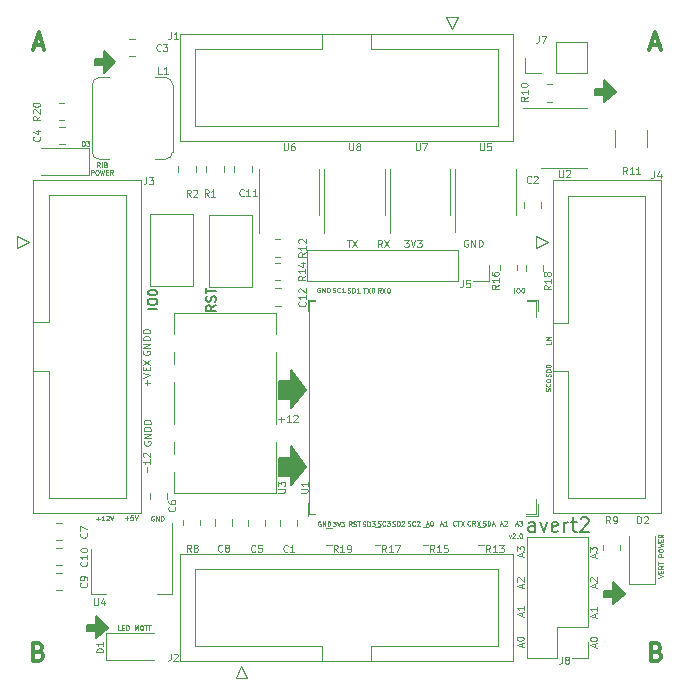
<source format=gbr>
%TF.GenerationSoftware,KiCad,Pcbnew,6.0.11+dfsg-1~bpo11+1*%
%TF.CreationDate,2023-05-15T10:52:48+02:00*%
%TF.ProjectId,avert_12,61766572-745f-4313-922e-6b696361645f,rev?*%
%TF.SameCoordinates,Original*%
%TF.FileFunction,Legend,Top*%
%TF.FilePolarity,Positive*%
%FSLAX46Y46*%
G04 Gerber Fmt 4.6, Leading zero omitted, Abs format (unit mm)*
G04 Created by KiCad (PCBNEW 6.0.11+dfsg-1~bpo11+1) date 2023-05-15 10:52:48*
%MOMM*%
%LPD*%
G01*
G04 APERTURE LIST*
%ADD10C,0.150000*%
%ADD11C,0.100000*%
%ADD12C,0.080000*%
%ADD13C,0.350000*%
%ADD14C,0.200000*%
%ADD15C,0.120000*%
G04 APERTURE END LIST*
D10*
G36*
X140250000Y-97000000D02*
G01*
X139000000Y-98500000D01*
X139000000Y-97750000D01*
X138000000Y-97750000D01*
X138000000Y-96250000D01*
X139000000Y-96250000D01*
X139000000Y-95250000D01*
X140250000Y-97000000D01*
G37*
X140250000Y-97000000D02*
X139000000Y-98500000D01*
X139000000Y-97750000D01*
X138000000Y-97750000D01*
X138000000Y-96250000D01*
X139000000Y-96250000D01*
X139000000Y-95250000D01*
X140250000Y-97000000D01*
G36*
X166500000Y-71753266D02*
G01*
X165500000Y-72603266D01*
X165500000Y-72003266D01*
X164750000Y-72003266D01*
X164750000Y-71503266D01*
X165500000Y-71503266D01*
X165500000Y-70753266D01*
X166500000Y-71753266D01*
G37*
X166500000Y-71753266D02*
X165500000Y-72603266D01*
X165500000Y-72003266D01*
X164750000Y-72003266D01*
X164750000Y-71503266D01*
X165500000Y-71503266D01*
X165500000Y-70753266D01*
X166500000Y-71753266D01*
G36*
X124108000Y-69244000D02*
G01*
X123108000Y-70150000D01*
X123108000Y-69494000D01*
X122358000Y-69494000D01*
X122358000Y-68994000D01*
X123108000Y-68994000D01*
X123108000Y-68244000D01*
X124108000Y-69244000D01*
G37*
X124108000Y-69244000D02*
X123108000Y-70150000D01*
X123108000Y-69494000D01*
X122358000Y-69494000D01*
X122358000Y-68994000D01*
X123108000Y-68994000D01*
X123108000Y-68244000D01*
X124108000Y-69244000D01*
G36*
X140250000Y-103500000D02*
G01*
X139000000Y-105000000D01*
X139000000Y-104250000D01*
X138000000Y-104250000D01*
X138000000Y-102750000D01*
X139000000Y-102750000D01*
X139000000Y-101750000D01*
X140250000Y-103500000D01*
G37*
X140250000Y-103500000D02*
X139000000Y-105000000D01*
X139000000Y-104250000D01*
X138000000Y-104250000D01*
X138000000Y-102750000D01*
X139000000Y-102750000D01*
X139000000Y-101750000D01*
X140250000Y-103500000D01*
G36*
X123450000Y-117100000D02*
G01*
X122450000Y-117950000D01*
X122450000Y-117350000D01*
X121700000Y-117350000D01*
X121700000Y-116850000D01*
X122450000Y-116850000D01*
X122450000Y-116100000D01*
X123450000Y-117100000D01*
G37*
X123450000Y-117100000D02*
X122450000Y-117950000D01*
X122450000Y-117350000D01*
X121700000Y-117350000D01*
X121700000Y-116850000D01*
X122450000Y-116850000D01*
X122450000Y-116100000D01*
X123450000Y-117100000D01*
G36*
X167250000Y-114250000D02*
G01*
X166250000Y-115100000D01*
X166250000Y-114500000D01*
X165500000Y-114500000D01*
X165500000Y-114000000D01*
X166250000Y-114000000D01*
X166250000Y-113250000D01*
X167250000Y-114250000D01*
G37*
X167250000Y-114250000D02*
X166250000Y-115100000D01*
X166250000Y-114500000D01*
X165500000Y-114500000D01*
X165500000Y-114000000D01*
X166250000Y-114000000D01*
X166250000Y-113250000D01*
X167250000Y-114250000D01*
D11*
X126485000Y-93677142D02*
X126456428Y-93734285D01*
X126456428Y-93820000D01*
X126485000Y-93905714D01*
X126542142Y-93962857D01*
X126599285Y-93991428D01*
X126713571Y-94020000D01*
X126799285Y-94020000D01*
X126913571Y-93991428D01*
X126970714Y-93962857D01*
X127027857Y-93905714D01*
X127056428Y-93820000D01*
X127056428Y-93762857D01*
X127027857Y-93677142D01*
X126999285Y-93648571D01*
X126799285Y-93648571D01*
X126799285Y-93762857D01*
X127056428Y-93391428D02*
X126456428Y-93391428D01*
X127056428Y-93048571D01*
X126456428Y-93048571D01*
X127056428Y-92762857D02*
X126456428Y-92762857D01*
X126456428Y-92620000D01*
X126485000Y-92534285D01*
X126542142Y-92477142D01*
X126599285Y-92448571D01*
X126713571Y-92420000D01*
X126799285Y-92420000D01*
X126913571Y-92448571D01*
X126970714Y-92477142D01*
X127027857Y-92534285D01*
X127056428Y-92620000D01*
X127056428Y-92762857D01*
X127056428Y-92162857D02*
X126456428Y-92162857D01*
X126456428Y-92020000D01*
X126485000Y-91934285D01*
X126542142Y-91877142D01*
X126599285Y-91848571D01*
X126713571Y-91820000D01*
X126799285Y-91820000D01*
X126913571Y-91848571D01*
X126970714Y-91877142D01*
X127027857Y-91934285D01*
X127056428Y-92020000D01*
X127056428Y-92162857D01*
X143702857Y-84271428D02*
X144045714Y-84271428D01*
X143874285Y-84871428D02*
X143874285Y-84271428D01*
X144188571Y-84271428D02*
X144588571Y-84871428D01*
X144588571Y-84271428D02*
X144188571Y-84871428D01*
D12*
X142515238Y-88691904D02*
X142572380Y-88710952D01*
X142667619Y-88710952D01*
X142705714Y-88691904D01*
X142724761Y-88672857D01*
X142743809Y-88634761D01*
X142743809Y-88596666D01*
X142724761Y-88558571D01*
X142705714Y-88539523D01*
X142667619Y-88520476D01*
X142591428Y-88501428D01*
X142553333Y-88482380D01*
X142534285Y-88463333D01*
X142515238Y-88425238D01*
X142515238Y-88387142D01*
X142534285Y-88349047D01*
X142553333Y-88330000D01*
X142591428Y-88310952D01*
X142686666Y-88310952D01*
X142743809Y-88330000D01*
X143143809Y-88672857D02*
X143124761Y-88691904D01*
X143067619Y-88710952D01*
X143029523Y-88710952D01*
X142972380Y-88691904D01*
X142934285Y-88653809D01*
X142915238Y-88615714D01*
X142896190Y-88539523D01*
X142896190Y-88482380D01*
X142915238Y-88406190D01*
X142934285Y-88368095D01*
X142972380Y-88330000D01*
X143029523Y-88310952D01*
X143067619Y-88310952D01*
X143124761Y-88330000D01*
X143143809Y-88349047D01*
X143524761Y-88710952D02*
X143296190Y-88710952D01*
X143410476Y-88710952D02*
X143410476Y-88310952D01*
X143372380Y-88368095D01*
X143334285Y-88406190D01*
X143296190Y-88425238D01*
D11*
X158515000Y-113708571D02*
X158515000Y-113422857D01*
X158686428Y-113765714D02*
X158086428Y-113565714D01*
X158686428Y-113365714D01*
X158143571Y-113194285D02*
X158115000Y-113165714D01*
X158086428Y-113108571D01*
X158086428Y-112965714D01*
X158115000Y-112908571D01*
X158143571Y-112880000D01*
X158200714Y-112851428D01*
X158257857Y-112851428D01*
X158343571Y-112880000D01*
X158686428Y-113222857D01*
X158686428Y-112851428D01*
D12*
X156694285Y-108336666D02*
X156884761Y-108336666D01*
X156656190Y-108450952D02*
X156789523Y-108050952D01*
X156922857Y-108450952D01*
X157037142Y-108089047D02*
X157056190Y-108070000D01*
X157094285Y-108050952D01*
X157189523Y-108050952D01*
X157227619Y-108070000D01*
X157246666Y-108089047D01*
X157265714Y-108127142D01*
X157265714Y-108165238D01*
X157246666Y-108222380D01*
X157018095Y-108450952D01*
X157265714Y-108450952D01*
X141465238Y-108120000D02*
X141427142Y-108100952D01*
X141370000Y-108100952D01*
X141312857Y-108120000D01*
X141274761Y-108158095D01*
X141255714Y-108196190D01*
X141236666Y-108272380D01*
X141236666Y-108329523D01*
X141255714Y-108405714D01*
X141274761Y-108443809D01*
X141312857Y-108481904D01*
X141370000Y-108500952D01*
X141408095Y-108500952D01*
X141465238Y-108481904D01*
X141484285Y-108462857D01*
X141484285Y-108329523D01*
X141408095Y-108329523D01*
X141655714Y-108500952D02*
X141655714Y-108100952D01*
X141884285Y-108500952D01*
X141884285Y-108100952D01*
X142074761Y-108500952D02*
X142074761Y-108100952D01*
X142170000Y-108100952D01*
X142227142Y-108120000D01*
X142265238Y-108158095D01*
X142284285Y-108196190D01*
X142303333Y-108272380D01*
X142303333Y-108329523D01*
X142284285Y-108405714D01*
X142265238Y-108443809D01*
X142227142Y-108481904D01*
X142170000Y-108500952D01*
X142074761Y-108500952D01*
X124557619Y-117300952D02*
X124367142Y-117300952D01*
X124367142Y-116900952D01*
X124690952Y-117091428D02*
X124824285Y-117091428D01*
X124881428Y-117300952D02*
X124690952Y-117300952D01*
X124690952Y-116900952D01*
X124881428Y-116900952D01*
X125052857Y-117300952D02*
X125052857Y-116900952D01*
X125148095Y-116900952D01*
X125205238Y-116920000D01*
X125243333Y-116958095D01*
X125262380Y-116996190D01*
X125281428Y-117072380D01*
X125281428Y-117129523D01*
X125262380Y-117205714D01*
X125243333Y-117243809D01*
X125205238Y-117281904D01*
X125148095Y-117300952D01*
X125052857Y-117300952D01*
X125757619Y-117300952D02*
X125757619Y-116900952D01*
X125890952Y-117186666D01*
X126024285Y-116900952D01*
X126024285Y-117300952D01*
X126481428Y-117339047D02*
X126443333Y-117320000D01*
X126405238Y-117281904D01*
X126348095Y-117224761D01*
X126310000Y-117205714D01*
X126271904Y-117205714D01*
X126290952Y-117300952D02*
X126252857Y-117281904D01*
X126214761Y-117243809D01*
X126195714Y-117167619D01*
X126195714Y-117034285D01*
X126214761Y-116958095D01*
X126252857Y-116920000D01*
X126290952Y-116900952D01*
X126367142Y-116900952D01*
X126405238Y-116920000D01*
X126443333Y-116958095D01*
X126462380Y-117034285D01*
X126462380Y-117167619D01*
X126443333Y-117243809D01*
X126405238Y-117281904D01*
X126367142Y-117300952D01*
X126290952Y-117300952D01*
X126576666Y-116900952D02*
X126805238Y-116900952D01*
X126690952Y-117300952D02*
X126690952Y-116900952D01*
X126881428Y-116900952D02*
X127110000Y-116900952D01*
X126995714Y-117300952D02*
X126995714Y-116900952D01*
D11*
X137905000Y-99472857D02*
X138362142Y-99472857D01*
X138133571Y-99701428D02*
X138133571Y-99244285D01*
X138962142Y-99701428D02*
X138619285Y-99701428D01*
X138790714Y-99701428D02*
X138790714Y-99101428D01*
X138733571Y-99187142D01*
X138676428Y-99244285D01*
X138619285Y-99272857D01*
X139190714Y-99158571D02*
X139219285Y-99130000D01*
X139276428Y-99101428D01*
X139419285Y-99101428D01*
X139476428Y-99130000D01*
X139505000Y-99158571D01*
X139533571Y-99215714D01*
X139533571Y-99272857D01*
X139505000Y-99358571D01*
X139162142Y-99701428D01*
X139533571Y-99701428D01*
D13*
X117252857Y-67770000D02*
X117967142Y-67770000D01*
X117110000Y-68198571D02*
X117610000Y-66698571D01*
X118110000Y-68198571D01*
D12*
X160960952Y-92884761D02*
X160960952Y-93075238D01*
X160560952Y-93075238D01*
X160960952Y-92751428D02*
X160560952Y-92751428D01*
X160846666Y-92618095D01*
X160560952Y-92484761D01*
X160960952Y-92484761D01*
D14*
X159620000Y-108962857D02*
X159620000Y-108334285D01*
X159562857Y-108220000D01*
X159448571Y-108162857D01*
X159220000Y-108162857D01*
X159105714Y-108220000D01*
X159620000Y-108905714D02*
X159505714Y-108962857D01*
X159220000Y-108962857D01*
X159105714Y-108905714D01*
X159048571Y-108791428D01*
X159048571Y-108677142D01*
X159105714Y-108562857D01*
X159220000Y-108505714D01*
X159505714Y-108505714D01*
X159620000Y-108448571D01*
X160077142Y-108162857D02*
X160362857Y-108962857D01*
X160648571Y-108162857D01*
X161562857Y-108905714D02*
X161448571Y-108962857D01*
X161220000Y-108962857D01*
X161105714Y-108905714D01*
X161048571Y-108791428D01*
X161048571Y-108334285D01*
X161105714Y-108220000D01*
X161220000Y-108162857D01*
X161448571Y-108162857D01*
X161562857Y-108220000D01*
X161620000Y-108334285D01*
X161620000Y-108448571D01*
X161048571Y-108562857D01*
X162134285Y-108962857D02*
X162134285Y-108162857D01*
X162134285Y-108391428D02*
X162191428Y-108277142D01*
X162248571Y-108220000D01*
X162362857Y-108162857D01*
X162477142Y-108162857D01*
X162705714Y-108162857D02*
X163162857Y-108162857D01*
X162877142Y-107762857D02*
X162877142Y-108791428D01*
X162934285Y-108905714D01*
X163048571Y-108962857D01*
X163162857Y-108962857D01*
X163505714Y-107877142D02*
X163562857Y-107820000D01*
X163677142Y-107762857D01*
X163962857Y-107762857D01*
X164077142Y-107820000D01*
X164134285Y-107877142D01*
X164191428Y-107991428D01*
X164191428Y-108105714D01*
X164134285Y-108277142D01*
X163448571Y-108962857D01*
X164191428Y-108962857D01*
D12*
X146335238Y-108461904D02*
X146392380Y-108480952D01*
X146487619Y-108480952D01*
X146525714Y-108461904D01*
X146544761Y-108442857D01*
X146563809Y-108404761D01*
X146563809Y-108366666D01*
X146544761Y-108328571D01*
X146525714Y-108309523D01*
X146487619Y-108290476D01*
X146411428Y-108271428D01*
X146373333Y-108252380D01*
X146354285Y-108233333D01*
X146335238Y-108195238D01*
X146335238Y-108157142D01*
X146354285Y-108119047D01*
X146373333Y-108100000D01*
X146411428Y-108080952D01*
X146506666Y-108080952D01*
X146563809Y-108100000D01*
X146963809Y-108442857D02*
X146944761Y-108461904D01*
X146887619Y-108480952D01*
X146849523Y-108480952D01*
X146792380Y-108461904D01*
X146754285Y-108423809D01*
X146735238Y-108385714D01*
X146716190Y-108309523D01*
X146716190Y-108252380D01*
X146735238Y-108176190D01*
X146754285Y-108138095D01*
X146792380Y-108100000D01*
X146849523Y-108080952D01*
X146887619Y-108080952D01*
X146944761Y-108100000D01*
X146963809Y-108119047D01*
X147097142Y-108080952D02*
X147344761Y-108080952D01*
X147211428Y-108233333D01*
X147268571Y-108233333D01*
X147306666Y-108252380D01*
X147325714Y-108271428D01*
X147344761Y-108309523D01*
X147344761Y-108404761D01*
X147325714Y-108442857D01*
X147306666Y-108461904D01*
X147268571Y-108480952D01*
X147154285Y-108480952D01*
X147116190Y-108461904D01*
X147097142Y-108442857D01*
D13*
X169472857Y-67750000D02*
X170187142Y-67750000D01*
X169330000Y-68178571D02*
X169830000Y-66678571D01*
X170330000Y-68178571D01*
D12*
X142514761Y-108120952D02*
X142762380Y-108120952D01*
X142629047Y-108273333D01*
X142686190Y-108273333D01*
X142724285Y-108292380D01*
X142743333Y-108311428D01*
X142762380Y-108349523D01*
X142762380Y-108444761D01*
X142743333Y-108482857D01*
X142724285Y-108501904D01*
X142686190Y-108520952D01*
X142571904Y-108520952D01*
X142533809Y-108501904D01*
X142514761Y-108482857D01*
X142876666Y-108120952D02*
X143010000Y-108520952D01*
X143143333Y-108120952D01*
X143238571Y-108120952D02*
X143486190Y-108120952D01*
X143352857Y-108273333D01*
X143410000Y-108273333D01*
X143448095Y-108292380D01*
X143467142Y-108311428D01*
X143486190Y-108349523D01*
X143486190Y-108444761D01*
X143467142Y-108482857D01*
X143448095Y-108501904D01*
X143410000Y-108520952D01*
X143295714Y-108520952D01*
X143257619Y-108501904D01*
X143238571Y-108482857D01*
D13*
X169957142Y-119152857D02*
X170171428Y-119224285D01*
X170242857Y-119295714D01*
X170314285Y-119438571D01*
X170314285Y-119652857D01*
X170242857Y-119795714D01*
X170171428Y-119867142D01*
X170028571Y-119938571D01*
X169457142Y-119938571D01*
X169457142Y-118438571D01*
X169957142Y-118438571D01*
X170100000Y-118510000D01*
X170171428Y-118581428D01*
X170242857Y-118724285D01*
X170242857Y-118867142D01*
X170171428Y-119010000D01*
X170100000Y-119081428D01*
X169957142Y-119152857D01*
X169457142Y-119152857D01*
D12*
X141435238Y-88340000D02*
X141397142Y-88320952D01*
X141340000Y-88320952D01*
X141282857Y-88340000D01*
X141244761Y-88378095D01*
X141225714Y-88416190D01*
X141206666Y-88492380D01*
X141206666Y-88549523D01*
X141225714Y-88625714D01*
X141244761Y-88663809D01*
X141282857Y-88701904D01*
X141340000Y-88720952D01*
X141378095Y-88720952D01*
X141435238Y-88701904D01*
X141454285Y-88682857D01*
X141454285Y-88549523D01*
X141378095Y-88549523D01*
X141625714Y-88720952D02*
X141625714Y-88320952D01*
X141854285Y-88720952D01*
X141854285Y-88320952D01*
X142044761Y-88720952D02*
X142044761Y-88320952D01*
X142140000Y-88320952D01*
X142197142Y-88340000D01*
X142235238Y-88378095D01*
X142254285Y-88416190D01*
X142273333Y-88492380D01*
X142273333Y-88549523D01*
X142254285Y-88625714D01*
X142235238Y-88663809D01*
X142197142Y-88701904D01*
X142140000Y-88720952D01*
X142044761Y-88720952D01*
X146582857Y-88730952D02*
X146449523Y-88540476D01*
X146354285Y-88730952D02*
X146354285Y-88330952D01*
X146506666Y-88330952D01*
X146544761Y-88350000D01*
X146563809Y-88369047D01*
X146582857Y-88407142D01*
X146582857Y-88464285D01*
X146563809Y-88502380D01*
X146544761Y-88521428D01*
X146506666Y-88540476D01*
X146354285Y-88540476D01*
X146716190Y-88330952D02*
X146982857Y-88730952D01*
X146982857Y-88330952D02*
X146716190Y-88730952D01*
X147211428Y-88330952D02*
X147249523Y-88330952D01*
X147287619Y-88350000D01*
X147306666Y-88369047D01*
X147325714Y-88407142D01*
X147344761Y-88483333D01*
X147344761Y-88578571D01*
X147325714Y-88654761D01*
X147306666Y-88692857D01*
X147287619Y-88711904D01*
X147249523Y-88730952D01*
X147211428Y-88730952D01*
X147173333Y-88711904D01*
X147154285Y-88692857D01*
X147135238Y-88654761D01*
X147116190Y-88578571D01*
X147116190Y-88483333D01*
X147135238Y-88407142D01*
X147154285Y-88369047D01*
X147173333Y-88350000D01*
X147211428Y-88330952D01*
D11*
X126525000Y-101337142D02*
X126496428Y-101394285D01*
X126496428Y-101480000D01*
X126525000Y-101565714D01*
X126582142Y-101622857D01*
X126639285Y-101651428D01*
X126753571Y-101680000D01*
X126839285Y-101680000D01*
X126953571Y-101651428D01*
X127010714Y-101622857D01*
X127067857Y-101565714D01*
X127096428Y-101480000D01*
X127096428Y-101422857D01*
X127067857Y-101337142D01*
X127039285Y-101308571D01*
X126839285Y-101308571D01*
X126839285Y-101422857D01*
X127096428Y-101051428D02*
X126496428Y-101051428D01*
X127096428Y-100708571D01*
X126496428Y-100708571D01*
X127096428Y-100422857D02*
X126496428Y-100422857D01*
X126496428Y-100280000D01*
X126525000Y-100194285D01*
X126582142Y-100137142D01*
X126639285Y-100108571D01*
X126753571Y-100080000D01*
X126839285Y-100080000D01*
X126953571Y-100108571D01*
X127010714Y-100137142D01*
X127067857Y-100194285D01*
X127096428Y-100280000D01*
X127096428Y-100422857D01*
X127096428Y-99822857D02*
X126496428Y-99822857D01*
X126496428Y-99680000D01*
X126525000Y-99594285D01*
X126582142Y-99537142D01*
X126639285Y-99508571D01*
X126753571Y-99480000D01*
X126839285Y-99480000D01*
X126953571Y-99508571D01*
X127010714Y-99537142D01*
X127067857Y-99594285D01*
X127096428Y-99680000D01*
X127096428Y-99822857D01*
D12*
X152930952Y-108422857D02*
X152911904Y-108441904D01*
X152854761Y-108460952D01*
X152816666Y-108460952D01*
X152759523Y-108441904D01*
X152721428Y-108403809D01*
X152702380Y-108365714D01*
X152683333Y-108289523D01*
X152683333Y-108232380D01*
X152702380Y-108156190D01*
X152721428Y-108118095D01*
X152759523Y-108080000D01*
X152816666Y-108060952D01*
X152854761Y-108060952D01*
X152911904Y-108080000D01*
X152930952Y-108099047D01*
X153045238Y-108060952D02*
X153273809Y-108060952D01*
X153159523Y-108460952D02*
X153159523Y-108060952D01*
X153369047Y-108060952D02*
X153635714Y-108460952D01*
X153635714Y-108060952D02*
X153369047Y-108460952D01*
X151624285Y-108356666D02*
X151814761Y-108356666D01*
X151586190Y-108470952D02*
X151719523Y-108070952D01*
X151852857Y-108470952D01*
X152195714Y-108470952D02*
X151967142Y-108470952D01*
X152081428Y-108470952D02*
X152081428Y-108070952D01*
X152043333Y-108128095D01*
X152005238Y-108166190D01*
X151967142Y-108185238D01*
X154173333Y-108422857D02*
X154154285Y-108441904D01*
X154097142Y-108460952D01*
X154059047Y-108460952D01*
X154001904Y-108441904D01*
X153963809Y-108403809D01*
X153944761Y-108365714D01*
X153925714Y-108289523D01*
X153925714Y-108232380D01*
X153944761Y-108156190D01*
X153963809Y-108118095D01*
X154001904Y-108080000D01*
X154059047Y-108060952D01*
X154097142Y-108060952D01*
X154154285Y-108080000D01*
X154173333Y-108099047D01*
X154573333Y-108460952D02*
X154440000Y-108270476D01*
X154344761Y-108460952D02*
X154344761Y-108060952D01*
X154497142Y-108060952D01*
X154535238Y-108080000D01*
X154554285Y-108099047D01*
X154573333Y-108137142D01*
X154573333Y-108194285D01*
X154554285Y-108232380D01*
X154535238Y-108251428D01*
X154497142Y-108270476D01*
X154344761Y-108270476D01*
X154706666Y-108060952D02*
X154973333Y-108460952D01*
X154973333Y-108060952D02*
X154706666Y-108460952D01*
X124915714Y-107838571D02*
X125220476Y-107838571D01*
X125068095Y-107990952D02*
X125068095Y-107686190D01*
X125601428Y-107590952D02*
X125410952Y-107590952D01*
X125391904Y-107781428D01*
X125410952Y-107762380D01*
X125449047Y-107743333D01*
X125544285Y-107743333D01*
X125582380Y-107762380D01*
X125601428Y-107781428D01*
X125620476Y-107819523D01*
X125620476Y-107914761D01*
X125601428Y-107952857D01*
X125582380Y-107971904D01*
X125544285Y-107990952D01*
X125449047Y-107990952D01*
X125410952Y-107971904D01*
X125391904Y-107952857D01*
X125734761Y-107590952D02*
X125868095Y-107990952D01*
X126001428Y-107590952D01*
X143775238Y-88711904D02*
X143832380Y-88730952D01*
X143927619Y-88730952D01*
X143965714Y-88711904D01*
X143984761Y-88692857D01*
X144003809Y-88654761D01*
X144003809Y-88616666D01*
X143984761Y-88578571D01*
X143965714Y-88559523D01*
X143927619Y-88540476D01*
X143851428Y-88521428D01*
X143813333Y-88502380D01*
X143794285Y-88483333D01*
X143775238Y-88445238D01*
X143775238Y-88407142D01*
X143794285Y-88369047D01*
X143813333Y-88350000D01*
X143851428Y-88330952D01*
X143946666Y-88330952D01*
X144003809Y-88350000D01*
X144175238Y-88730952D02*
X144175238Y-88330952D01*
X144270476Y-88330952D01*
X144327619Y-88350000D01*
X144365714Y-88388095D01*
X144384761Y-88426190D01*
X144403809Y-88502380D01*
X144403809Y-88559523D01*
X144384761Y-88635714D01*
X144365714Y-88673809D01*
X144327619Y-88711904D01*
X144270476Y-88730952D01*
X144175238Y-88730952D01*
X144784761Y-88730952D02*
X144556190Y-88730952D01*
X144670476Y-88730952D02*
X144670476Y-88330952D01*
X144632380Y-88388095D01*
X144594285Y-88426190D01*
X144556190Y-88445238D01*
X148865238Y-108461904D02*
X148922380Y-108480952D01*
X149017619Y-108480952D01*
X149055714Y-108461904D01*
X149074761Y-108442857D01*
X149093809Y-108404761D01*
X149093809Y-108366666D01*
X149074761Y-108328571D01*
X149055714Y-108309523D01*
X149017619Y-108290476D01*
X148941428Y-108271428D01*
X148903333Y-108252380D01*
X148884285Y-108233333D01*
X148865238Y-108195238D01*
X148865238Y-108157142D01*
X148884285Y-108119047D01*
X148903333Y-108100000D01*
X148941428Y-108080952D01*
X149036666Y-108080952D01*
X149093809Y-108100000D01*
X149493809Y-108442857D02*
X149474761Y-108461904D01*
X149417619Y-108480952D01*
X149379523Y-108480952D01*
X149322380Y-108461904D01*
X149284285Y-108423809D01*
X149265238Y-108385714D01*
X149246190Y-108309523D01*
X149246190Y-108252380D01*
X149265238Y-108176190D01*
X149284285Y-108138095D01*
X149322380Y-108100000D01*
X149379523Y-108080952D01*
X149417619Y-108080952D01*
X149474761Y-108100000D01*
X149493809Y-108119047D01*
X149646190Y-108119047D02*
X149665238Y-108100000D01*
X149703333Y-108080952D01*
X149798571Y-108080952D01*
X149836666Y-108100000D01*
X149855714Y-108119047D01*
X149874761Y-108157142D01*
X149874761Y-108195238D01*
X149855714Y-108252380D01*
X149627142Y-108480952D01*
X149874761Y-108480952D01*
D11*
X158515000Y-118718571D02*
X158515000Y-118432857D01*
X158686428Y-118775714D02*
X158086428Y-118575714D01*
X158686428Y-118375714D01*
X158086428Y-118061428D02*
X158086428Y-118004285D01*
X158115000Y-117947142D01*
X158143571Y-117918571D01*
X158200714Y-117890000D01*
X158315000Y-117861428D01*
X158457857Y-117861428D01*
X158572142Y-117890000D01*
X158629285Y-117918571D01*
X158657857Y-117947142D01*
X158686428Y-118004285D01*
X158686428Y-118061428D01*
X158657857Y-118118571D01*
X158629285Y-118147142D01*
X158572142Y-118175714D01*
X158457857Y-118204285D01*
X158315000Y-118204285D01*
X158200714Y-118175714D01*
X158143571Y-118147142D01*
X158115000Y-118118571D01*
X158086428Y-118061428D01*
X146690000Y-84871428D02*
X146490000Y-84585714D01*
X146347142Y-84871428D02*
X146347142Y-84271428D01*
X146575714Y-84271428D01*
X146632857Y-84300000D01*
X146661428Y-84328571D01*
X146690000Y-84385714D01*
X146690000Y-84471428D01*
X146661428Y-84528571D01*
X146632857Y-84557142D01*
X146575714Y-84585714D01*
X146347142Y-84585714D01*
X146890000Y-84271428D02*
X147290000Y-84871428D01*
X147290000Y-84271428D02*
X146890000Y-84871428D01*
X164685000Y-116218571D02*
X164685000Y-115932857D01*
X164856428Y-116275714D02*
X164256428Y-116075714D01*
X164856428Y-115875714D01*
X164856428Y-115361428D02*
X164856428Y-115704285D01*
X164856428Y-115532857D02*
X164256428Y-115532857D01*
X164342142Y-115590000D01*
X164399285Y-115647142D01*
X164427857Y-115704285D01*
X164685000Y-111138571D02*
X164685000Y-110852857D01*
X164856428Y-111195714D02*
X164256428Y-110995714D01*
X164856428Y-110795714D01*
X164256428Y-110652857D02*
X164256428Y-110281428D01*
X164485000Y-110481428D01*
X164485000Y-110395714D01*
X164513571Y-110338571D01*
X164542142Y-110310000D01*
X164599285Y-110281428D01*
X164742142Y-110281428D01*
X164799285Y-110310000D01*
X164827857Y-110338571D01*
X164856428Y-110395714D01*
X164856428Y-110567142D01*
X164827857Y-110624285D01*
X164799285Y-110652857D01*
X153952857Y-84270000D02*
X153895714Y-84241428D01*
X153810000Y-84241428D01*
X153724285Y-84270000D01*
X153667142Y-84327142D01*
X153638571Y-84384285D01*
X153610000Y-84498571D01*
X153610000Y-84584285D01*
X153638571Y-84698571D01*
X153667142Y-84755714D01*
X153724285Y-84812857D01*
X153810000Y-84841428D01*
X153867142Y-84841428D01*
X153952857Y-84812857D01*
X153981428Y-84784285D01*
X153981428Y-84584285D01*
X153867142Y-84584285D01*
X154238571Y-84841428D02*
X154238571Y-84241428D01*
X154581428Y-84841428D01*
X154581428Y-84241428D01*
X154867142Y-84841428D02*
X154867142Y-84241428D01*
X155010000Y-84241428D01*
X155095714Y-84270000D01*
X155152857Y-84327142D01*
X155181428Y-84384285D01*
X155210000Y-84498571D01*
X155210000Y-84584285D01*
X155181428Y-84698571D01*
X155152857Y-84755714D01*
X155095714Y-84812857D01*
X155010000Y-84841428D01*
X154867142Y-84841428D01*
X164695000Y-113688571D02*
X164695000Y-113402857D01*
X164866428Y-113745714D02*
X164266428Y-113545714D01*
X164866428Y-113345714D01*
X164323571Y-113174285D02*
X164295000Y-113145714D01*
X164266428Y-113088571D01*
X164266428Y-112945714D01*
X164295000Y-112888571D01*
X164323571Y-112860000D01*
X164380714Y-112831428D01*
X164437857Y-112831428D01*
X164523571Y-112860000D01*
X164866428Y-113202857D01*
X164866428Y-112831428D01*
X164715000Y-118738571D02*
X164715000Y-118452857D01*
X164886428Y-118795714D02*
X164286428Y-118595714D01*
X164886428Y-118395714D01*
X164286428Y-118081428D02*
X164286428Y-118024285D01*
X164315000Y-117967142D01*
X164343571Y-117938571D01*
X164400714Y-117910000D01*
X164515000Y-117881428D01*
X164657857Y-117881428D01*
X164772142Y-117910000D01*
X164829285Y-117938571D01*
X164857857Y-117967142D01*
X164886428Y-118024285D01*
X164886428Y-118081428D01*
X164857857Y-118138571D01*
X164829285Y-118167142D01*
X164772142Y-118195714D01*
X164657857Y-118224285D01*
X164515000Y-118224285D01*
X164400714Y-118195714D01*
X164343571Y-118167142D01*
X164315000Y-118138571D01*
X164286428Y-118081428D01*
D12*
X150414285Y-108356666D02*
X150604761Y-108356666D01*
X150376190Y-108470952D02*
X150509523Y-108070952D01*
X150642857Y-108470952D01*
X150852380Y-108070952D02*
X150890476Y-108070952D01*
X150928571Y-108090000D01*
X150947619Y-108109047D01*
X150966666Y-108147142D01*
X150985714Y-108223333D01*
X150985714Y-108318571D01*
X150966666Y-108394761D01*
X150947619Y-108432857D01*
X150928571Y-108451904D01*
X150890476Y-108470952D01*
X150852380Y-108470952D01*
X150814285Y-108451904D01*
X150795238Y-108432857D01*
X150776190Y-108394761D01*
X150757142Y-108318571D01*
X150757142Y-108223333D01*
X150776190Y-108147142D01*
X150795238Y-108109047D01*
X150814285Y-108090000D01*
X150852380Y-108070952D01*
X170080952Y-112858095D02*
X170480952Y-112724761D01*
X170080952Y-112591428D01*
X170271428Y-112458095D02*
X170271428Y-112324761D01*
X170480952Y-112267619D02*
X170480952Y-112458095D01*
X170080952Y-112458095D01*
X170080952Y-112267619D01*
X170480952Y-111867619D02*
X170290476Y-112000952D01*
X170480952Y-112096190D02*
X170080952Y-112096190D01*
X170080952Y-111943809D01*
X170100000Y-111905714D01*
X170119047Y-111886666D01*
X170157142Y-111867619D01*
X170214285Y-111867619D01*
X170252380Y-111886666D01*
X170271428Y-111905714D01*
X170290476Y-111943809D01*
X170290476Y-112096190D01*
X170080952Y-111753333D02*
X170080952Y-111524761D01*
X170480952Y-111639047D02*
X170080952Y-111639047D01*
X170480952Y-111086666D02*
X170080952Y-111086666D01*
X170080952Y-110934285D01*
X170100000Y-110896190D01*
X170119047Y-110877142D01*
X170157142Y-110858095D01*
X170214285Y-110858095D01*
X170252380Y-110877142D01*
X170271428Y-110896190D01*
X170290476Y-110934285D01*
X170290476Y-111086666D01*
X170080952Y-110610476D02*
X170080952Y-110534285D01*
X170100000Y-110496190D01*
X170138095Y-110458095D01*
X170214285Y-110439047D01*
X170347619Y-110439047D01*
X170423809Y-110458095D01*
X170461904Y-110496190D01*
X170480952Y-110534285D01*
X170480952Y-110610476D01*
X170461904Y-110648571D01*
X170423809Y-110686666D01*
X170347619Y-110705714D01*
X170214285Y-110705714D01*
X170138095Y-110686666D01*
X170100000Y-110648571D01*
X170080952Y-110610476D01*
X170080952Y-110305714D02*
X170480952Y-110210476D01*
X170195238Y-110134285D01*
X170480952Y-110058095D01*
X170080952Y-109962857D01*
X170271428Y-109810476D02*
X170271428Y-109677142D01*
X170480952Y-109620000D02*
X170480952Y-109810476D01*
X170080952Y-109810476D01*
X170080952Y-109620000D01*
X170480952Y-109220000D02*
X170290476Y-109353333D01*
X170480952Y-109448571D02*
X170080952Y-109448571D01*
X170080952Y-109296190D01*
X170100000Y-109258095D01*
X170119047Y-109239047D01*
X170157142Y-109220000D01*
X170214285Y-109220000D01*
X170252380Y-109239047D01*
X170271428Y-109258095D01*
X170290476Y-109296190D01*
X170290476Y-109448571D01*
X157418571Y-109254285D02*
X157513809Y-109520952D01*
X157609047Y-109254285D01*
X157742380Y-109159047D02*
X157761428Y-109140000D01*
X157799523Y-109120952D01*
X157894761Y-109120952D01*
X157932857Y-109140000D01*
X157951904Y-109159047D01*
X157970952Y-109197142D01*
X157970952Y-109235238D01*
X157951904Y-109292380D01*
X157723333Y-109520952D01*
X157970952Y-109520952D01*
X158142380Y-109482857D02*
X158161428Y-109501904D01*
X158142380Y-109520952D01*
X158123333Y-109501904D01*
X158142380Y-109482857D01*
X158142380Y-109520952D01*
X158409047Y-109120952D02*
X158447142Y-109120952D01*
X158485238Y-109140000D01*
X158504285Y-109159047D01*
X158523333Y-109197142D01*
X158542380Y-109273333D01*
X158542380Y-109368571D01*
X158523333Y-109444761D01*
X158504285Y-109482857D01*
X158485238Y-109501904D01*
X158447142Y-109520952D01*
X158409047Y-109520952D01*
X158370952Y-109501904D01*
X158351904Y-109482857D01*
X158332857Y-109444761D01*
X158313809Y-109368571D01*
X158313809Y-109273333D01*
X158332857Y-109197142D01*
X158351904Y-109159047D01*
X158370952Y-109140000D01*
X158409047Y-109120952D01*
D11*
X158515000Y-116118571D02*
X158515000Y-115832857D01*
X158686428Y-116175714D02*
X158086428Y-115975714D01*
X158686428Y-115775714D01*
X158686428Y-115261428D02*
X158686428Y-115604285D01*
X158686428Y-115432857D02*
X158086428Y-115432857D01*
X158172142Y-115490000D01*
X158229285Y-115547142D01*
X158257857Y-115604285D01*
D12*
X160931904Y-97074761D02*
X160950952Y-97017619D01*
X160950952Y-96922380D01*
X160931904Y-96884285D01*
X160912857Y-96865238D01*
X160874761Y-96846190D01*
X160836666Y-96846190D01*
X160798571Y-96865238D01*
X160779523Y-96884285D01*
X160760476Y-96922380D01*
X160741428Y-96998571D01*
X160722380Y-97036666D01*
X160703333Y-97055714D01*
X160665238Y-97074761D01*
X160627142Y-97074761D01*
X160589047Y-97055714D01*
X160570000Y-97036666D01*
X160550952Y-96998571D01*
X160550952Y-96903333D01*
X160570000Y-96846190D01*
X160912857Y-96446190D02*
X160931904Y-96465238D01*
X160950952Y-96522380D01*
X160950952Y-96560476D01*
X160931904Y-96617619D01*
X160893809Y-96655714D01*
X160855714Y-96674761D01*
X160779523Y-96693809D01*
X160722380Y-96693809D01*
X160646190Y-96674761D01*
X160608095Y-96655714D01*
X160570000Y-96617619D01*
X160550952Y-96560476D01*
X160550952Y-96522380D01*
X160570000Y-96465238D01*
X160589047Y-96446190D01*
X160550952Y-96198571D02*
X160550952Y-96160476D01*
X160570000Y-96122380D01*
X160589047Y-96103333D01*
X160627142Y-96084285D01*
X160703333Y-96065238D01*
X160798571Y-96065238D01*
X160874761Y-96084285D01*
X160912857Y-96103333D01*
X160931904Y-96122380D01*
X160950952Y-96160476D01*
X160950952Y-96198571D01*
X160931904Y-96236666D01*
X160912857Y-96255714D01*
X160874761Y-96274761D01*
X160798571Y-96293809D01*
X160703333Y-96293809D01*
X160627142Y-96274761D01*
X160589047Y-96255714D01*
X160570000Y-96236666D01*
X160550952Y-96198571D01*
X122798571Y-78108952D02*
X122665238Y-77918476D01*
X122570000Y-78108952D02*
X122570000Y-77708952D01*
X122722380Y-77708952D01*
X122760476Y-77728000D01*
X122779523Y-77747047D01*
X122798571Y-77785142D01*
X122798571Y-77842285D01*
X122779523Y-77880380D01*
X122760476Y-77899428D01*
X122722380Y-77918476D01*
X122570000Y-77918476D01*
X122970000Y-78108952D02*
X122970000Y-77708952D01*
X123293809Y-77899428D02*
X123350952Y-77918476D01*
X123370000Y-77937523D01*
X123389047Y-77975619D01*
X123389047Y-78032761D01*
X123370000Y-78070857D01*
X123350952Y-78089904D01*
X123312857Y-78108952D01*
X123160476Y-78108952D01*
X123160476Y-77708952D01*
X123293809Y-77708952D01*
X123331904Y-77728000D01*
X123350952Y-77747047D01*
X123370000Y-77785142D01*
X123370000Y-77823238D01*
X123350952Y-77861333D01*
X123331904Y-77880380D01*
X123293809Y-77899428D01*
X123160476Y-77899428D01*
X122046190Y-78752952D02*
X122046190Y-78352952D01*
X122198571Y-78352952D01*
X122236666Y-78372000D01*
X122255714Y-78391047D01*
X122274761Y-78429142D01*
X122274761Y-78486285D01*
X122255714Y-78524380D01*
X122236666Y-78543428D01*
X122198571Y-78562476D01*
X122046190Y-78562476D01*
X122522380Y-78352952D02*
X122598571Y-78352952D01*
X122636666Y-78372000D01*
X122674761Y-78410095D01*
X122693809Y-78486285D01*
X122693809Y-78619619D01*
X122674761Y-78695809D01*
X122636666Y-78733904D01*
X122598571Y-78752952D01*
X122522380Y-78752952D01*
X122484285Y-78733904D01*
X122446190Y-78695809D01*
X122427142Y-78619619D01*
X122427142Y-78486285D01*
X122446190Y-78410095D01*
X122484285Y-78372000D01*
X122522380Y-78352952D01*
X122827142Y-78352952D02*
X122922380Y-78752952D01*
X122998571Y-78467238D01*
X123074761Y-78752952D01*
X123170000Y-78352952D01*
X123322380Y-78543428D02*
X123455714Y-78543428D01*
X123512857Y-78752952D02*
X123322380Y-78752952D01*
X123322380Y-78352952D01*
X123512857Y-78352952D01*
X123912857Y-78752952D02*
X123779523Y-78562476D01*
X123684285Y-78752952D02*
X123684285Y-78352952D01*
X123836666Y-78352952D01*
X123874761Y-78372000D01*
X123893809Y-78391047D01*
X123912857Y-78429142D01*
X123912857Y-78486285D01*
X123893809Y-78524380D01*
X123874761Y-78543428D01*
X123836666Y-78562476D01*
X123684285Y-78562476D01*
D11*
X126827857Y-96582857D02*
X126827857Y-96125714D01*
X127056428Y-96354285D02*
X126599285Y-96354285D01*
X126456428Y-95925714D02*
X127056428Y-95725714D01*
X126456428Y-95525714D01*
X126742142Y-95325714D02*
X126742142Y-95125714D01*
X127056428Y-95040000D02*
X127056428Y-95325714D01*
X126456428Y-95325714D01*
X126456428Y-95040000D01*
X126456428Y-94840000D02*
X127056428Y-94440000D01*
X126456428Y-94440000D02*
X127056428Y-94840000D01*
D12*
X147575238Y-108461904D02*
X147632380Y-108480952D01*
X147727619Y-108480952D01*
X147765714Y-108461904D01*
X147784761Y-108442857D01*
X147803809Y-108404761D01*
X147803809Y-108366666D01*
X147784761Y-108328571D01*
X147765714Y-108309523D01*
X147727619Y-108290476D01*
X147651428Y-108271428D01*
X147613333Y-108252380D01*
X147594285Y-108233333D01*
X147575238Y-108195238D01*
X147575238Y-108157142D01*
X147594285Y-108119047D01*
X147613333Y-108100000D01*
X147651428Y-108080952D01*
X147746666Y-108080952D01*
X147803809Y-108100000D01*
X147975238Y-108480952D02*
X147975238Y-108080952D01*
X148070476Y-108080952D01*
X148127619Y-108100000D01*
X148165714Y-108138095D01*
X148184761Y-108176190D01*
X148203809Y-108252380D01*
X148203809Y-108309523D01*
X148184761Y-108385714D01*
X148165714Y-108423809D01*
X148127619Y-108461904D01*
X148070476Y-108480952D01*
X147975238Y-108480952D01*
X148356190Y-108119047D02*
X148375238Y-108100000D01*
X148413333Y-108080952D01*
X148508571Y-108080952D01*
X148546666Y-108100000D01*
X148565714Y-108119047D01*
X148584761Y-108157142D01*
X148584761Y-108195238D01*
X148565714Y-108252380D01*
X148337142Y-108480952D01*
X148584761Y-108480952D01*
X160951904Y-95834761D02*
X160970952Y-95777619D01*
X160970952Y-95682380D01*
X160951904Y-95644285D01*
X160932857Y-95625238D01*
X160894761Y-95606190D01*
X160856666Y-95606190D01*
X160818571Y-95625238D01*
X160799523Y-95644285D01*
X160780476Y-95682380D01*
X160761428Y-95758571D01*
X160742380Y-95796666D01*
X160723333Y-95815714D01*
X160685238Y-95834761D01*
X160647142Y-95834761D01*
X160609047Y-95815714D01*
X160590000Y-95796666D01*
X160570952Y-95758571D01*
X160570952Y-95663333D01*
X160590000Y-95606190D01*
X160970952Y-95434761D02*
X160570952Y-95434761D01*
X160570952Y-95339523D01*
X160590000Y-95282380D01*
X160628095Y-95244285D01*
X160666190Y-95225238D01*
X160742380Y-95206190D01*
X160799523Y-95206190D01*
X160875714Y-95225238D01*
X160913809Y-95244285D01*
X160951904Y-95282380D01*
X160970952Y-95339523D01*
X160970952Y-95434761D01*
X160570952Y-94958571D02*
X160570952Y-94920476D01*
X160590000Y-94882380D01*
X160609047Y-94863333D01*
X160647142Y-94844285D01*
X160723333Y-94825238D01*
X160818571Y-94825238D01*
X160894761Y-94844285D01*
X160932857Y-94863333D01*
X160951904Y-94882380D01*
X160970952Y-94920476D01*
X160970952Y-94958571D01*
X160951904Y-94996666D01*
X160932857Y-95015714D01*
X160894761Y-95034761D01*
X160818571Y-95053809D01*
X160723333Y-95053809D01*
X160647142Y-95034761D01*
X160609047Y-95015714D01*
X160590000Y-94996666D01*
X160570952Y-94958571D01*
X122485238Y-107858571D02*
X122790000Y-107858571D01*
X122637619Y-108010952D02*
X122637619Y-107706190D01*
X123190000Y-108010952D02*
X122961428Y-108010952D01*
X123075714Y-108010952D02*
X123075714Y-107610952D01*
X123037619Y-107668095D01*
X122999523Y-107706190D01*
X122961428Y-107725238D01*
X123342380Y-107649047D02*
X123361428Y-107630000D01*
X123399523Y-107610952D01*
X123494761Y-107610952D01*
X123532857Y-107630000D01*
X123551904Y-107649047D01*
X123570952Y-107687142D01*
X123570952Y-107725238D01*
X123551904Y-107782380D01*
X123323333Y-108010952D01*
X123570952Y-108010952D01*
X123685238Y-107610952D02*
X123818571Y-108010952D01*
X123951904Y-107610952D01*
X145074761Y-88330952D02*
X145303333Y-88330952D01*
X145189047Y-88730952D02*
X145189047Y-88330952D01*
X145398571Y-88330952D02*
X145665238Y-88730952D01*
X145665238Y-88330952D02*
X145398571Y-88730952D01*
X145893809Y-88330952D02*
X145931904Y-88330952D01*
X145970000Y-88350000D01*
X145989047Y-88369047D01*
X146008095Y-88407142D01*
X146027142Y-88483333D01*
X146027142Y-88578571D01*
X146008095Y-88654761D01*
X145989047Y-88692857D01*
X145970000Y-88711904D01*
X145931904Y-88730952D01*
X145893809Y-88730952D01*
X145855714Y-88711904D01*
X145836666Y-88692857D01*
X145817619Y-88654761D01*
X145798571Y-88578571D01*
X145798571Y-88483333D01*
X145817619Y-88407142D01*
X145836666Y-88369047D01*
X145855714Y-88350000D01*
X145893809Y-88330952D01*
X157984285Y-108346666D02*
X158174761Y-108346666D01*
X157946190Y-108460952D02*
X158079523Y-108060952D01*
X158212857Y-108460952D01*
X158308095Y-108060952D02*
X158555714Y-108060952D01*
X158422380Y-108213333D01*
X158479523Y-108213333D01*
X158517619Y-108232380D01*
X158536666Y-108251428D01*
X158555714Y-108289523D01*
X158555714Y-108384761D01*
X158536666Y-108422857D01*
X158517619Y-108441904D01*
X158479523Y-108460952D01*
X158365238Y-108460952D01*
X158327142Y-108441904D01*
X158308095Y-108422857D01*
D11*
X148577142Y-84271428D02*
X148948571Y-84271428D01*
X148748571Y-84500000D01*
X148834285Y-84500000D01*
X148891428Y-84528571D01*
X148920000Y-84557142D01*
X148948571Y-84614285D01*
X148948571Y-84757142D01*
X148920000Y-84814285D01*
X148891428Y-84842857D01*
X148834285Y-84871428D01*
X148662857Y-84871428D01*
X148605714Y-84842857D01*
X148577142Y-84814285D01*
X149120000Y-84271428D02*
X149320000Y-84871428D01*
X149520000Y-84271428D01*
X149662857Y-84271428D02*
X150034285Y-84271428D01*
X149834285Y-84500000D01*
X149920000Y-84500000D01*
X149977142Y-84528571D01*
X150005714Y-84557142D01*
X150034285Y-84614285D01*
X150034285Y-84757142D01*
X150005714Y-84814285D01*
X149977142Y-84842857D01*
X149920000Y-84871428D01*
X149748571Y-84871428D01*
X149691428Y-84842857D01*
X149662857Y-84814285D01*
D12*
X127365238Y-107660000D02*
X127327142Y-107640952D01*
X127270000Y-107640952D01*
X127212857Y-107660000D01*
X127174761Y-107698095D01*
X127155714Y-107736190D01*
X127136666Y-107812380D01*
X127136666Y-107869523D01*
X127155714Y-107945714D01*
X127174761Y-107983809D01*
X127212857Y-108021904D01*
X127270000Y-108040952D01*
X127308095Y-108040952D01*
X127365238Y-108021904D01*
X127384285Y-108002857D01*
X127384285Y-107869523D01*
X127308095Y-107869523D01*
X127555714Y-108040952D02*
X127555714Y-107640952D01*
X127784285Y-108040952D01*
X127784285Y-107640952D01*
X127974761Y-108040952D02*
X127974761Y-107640952D01*
X128070000Y-107640952D01*
X128127142Y-107660000D01*
X128165238Y-107698095D01*
X128184285Y-107736190D01*
X128203333Y-107812380D01*
X128203333Y-107869523D01*
X128184285Y-107945714D01*
X128165238Y-107983809D01*
X128127142Y-108021904D01*
X128070000Y-108040952D01*
X127974761Y-108040952D01*
X155224285Y-108441904D02*
X155281428Y-108460952D01*
X155376666Y-108460952D01*
X155414761Y-108441904D01*
X155433809Y-108422857D01*
X155452857Y-108384761D01*
X155452857Y-108346666D01*
X155433809Y-108308571D01*
X155414761Y-108289523D01*
X155376666Y-108270476D01*
X155300476Y-108251428D01*
X155262380Y-108232380D01*
X155243333Y-108213333D01*
X155224285Y-108175238D01*
X155224285Y-108137142D01*
X155243333Y-108099047D01*
X155262380Y-108080000D01*
X155300476Y-108060952D01*
X155395714Y-108060952D01*
X155452857Y-108080000D01*
X155624285Y-108460952D02*
X155624285Y-108060952D01*
X155719523Y-108060952D01*
X155776666Y-108080000D01*
X155814761Y-108118095D01*
X155833809Y-108156190D01*
X155852857Y-108232380D01*
X155852857Y-108289523D01*
X155833809Y-108365714D01*
X155814761Y-108403809D01*
X155776666Y-108441904D01*
X155719523Y-108460952D01*
X155624285Y-108460952D01*
X156005238Y-108346666D02*
X156195714Y-108346666D01*
X155967142Y-108460952D02*
X156100476Y-108060952D01*
X156233809Y-108460952D01*
D11*
X126827857Y-103920000D02*
X126827857Y-103462857D01*
X127056428Y-102862857D02*
X127056428Y-103205714D01*
X127056428Y-103034285D02*
X126456428Y-103034285D01*
X126542142Y-103091428D01*
X126599285Y-103148571D01*
X126627857Y-103205714D01*
X126513571Y-102634285D02*
X126485000Y-102605714D01*
X126456428Y-102548571D01*
X126456428Y-102405714D01*
X126485000Y-102348571D01*
X126513571Y-102320000D01*
X126570714Y-102291428D01*
X126627857Y-102291428D01*
X126713571Y-102320000D01*
X127056428Y-102662857D01*
X127056428Y-102291428D01*
D12*
X144110952Y-108500952D02*
X143977619Y-108310476D01*
X143882380Y-108500952D02*
X143882380Y-108100952D01*
X144034761Y-108100952D01*
X144072857Y-108120000D01*
X144091904Y-108139047D01*
X144110952Y-108177142D01*
X144110952Y-108234285D01*
X144091904Y-108272380D01*
X144072857Y-108291428D01*
X144034761Y-108310476D01*
X143882380Y-108310476D01*
X144263333Y-108481904D02*
X144320476Y-108500952D01*
X144415714Y-108500952D01*
X144453809Y-108481904D01*
X144472857Y-108462857D01*
X144491904Y-108424761D01*
X144491904Y-108386666D01*
X144472857Y-108348571D01*
X144453809Y-108329523D01*
X144415714Y-108310476D01*
X144339523Y-108291428D01*
X144301428Y-108272380D01*
X144282380Y-108253333D01*
X144263333Y-108215238D01*
X144263333Y-108177142D01*
X144282380Y-108139047D01*
X144301428Y-108120000D01*
X144339523Y-108100952D01*
X144434761Y-108100952D01*
X144491904Y-108120000D01*
X144606190Y-108100952D02*
X144834761Y-108100952D01*
X144720476Y-108500952D02*
X144720476Y-108100952D01*
D13*
X117607142Y-119122857D02*
X117821428Y-119194285D01*
X117892857Y-119265714D01*
X117964285Y-119408571D01*
X117964285Y-119622857D01*
X117892857Y-119765714D01*
X117821428Y-119837142D01*
X117678571Y-119908571D01*
X117107142Y-119908571D01*
X117107142Y-118408571D01*
X117607142Y-118408571D01*
X117750000Y-118480000D01*
X117821428Y-118551428D01*
X117892857Y-118694285D01*
X117892857Y-118837142D01*
X117821428Y-118980000D01*
X117750000Y-119051428D01*
X117607142Y-119122857D01*
X117107142Y-119122857D01*
D12*
X157900000Y-88740952D02*
X157900000Y-88340952D01*
X158166666Y-88340952D02*
X158242857Y-88340952D01*
X158280952Y-88360000D01*
X158319047Y-88398095D01*
X158338095Y-88474285D01*
X158338095Y-88607619D01*
X158319047Y-88683809D01*
X158280952Y-88721904D01*
X158242857Y-88740952D01*
X158166666Y-88740952D01*
X158128571Y-88721904D01*
X158090476Y-88683809D01*
X158071428Y-88607619D01*
X158071428Y-88474285D01*
X158090476Y-88398095D01*
X158128571Y-88360000D01*
X158166666Y-88340952D01*
X158585714Y-88340952D02*
X158623809Y-88340952D01*
X158661904Y-88360000D01*
X158680952Y-88379047D01*
X158700000Y-88417142D01*
X158719047Y-88493333D01*
X158719047Y-88588571D01*
X158700000Y-88664761D01*
X158680952Y-88702857D01*
X158661904Y-88721904D01*
X158623809Y-88740952D01*
X158585714Y-88740952D01*
X158547619Y-88721904D01*
X158528571Y-88702857D01*
X158509523Y-88664761D01*
X158490476Y-88588571D01*
X158490476Y-88493333D01*
X158509523Y-88417142D01*
X158528571Y-88379047D01*
X158547619Y-88360000D01*
X158585714Y-88340952D01*
D11*
X158535000Y-111068571D02*
X158535000Y-110782857D01*
X158706428Y-111125714D02*
X158106428Y-110925714D01*
X158706428Y-110725714D01*
X158106428Y-110582857D02*
X158106428Y-110211428D01*
X158335000Y-110411428D01*
X158335000Y-110325714D01*
X158363571Y-110268571D01*
X158392142Y-110240000D01*
X158449285Y-110211428D01*
X158592142Y-110211428D01*
X158649285Y-110240000D01*
X158677857Y-110268571D01*
X158706428Y-110325714D01*
X158706428Y-110497142D01*
X158677857Y-110554285D01*
X158649285Y-110582857D01*
D12*
X145045238Y-108491904D02*
X145102380Y-108510952D01*
X145197619Y-108510952D01*
X145235714Y-108491904D01*
X145254761Y-108472857D01*
X145273809Y-108434761D01*
X145273809Y-108396666D01*
X145254761Y-108358571D01*
X145235714Y-108339523D01*
X145197619Y-108320476D01*
X145121428Y-108301428D01*
X145083333Y-108282380D01*
X145064285Y-108263333D01*
X145045238Y-108225238D01*
X145045238Y-108187142D01*
X145064285Y-108149047D01*
X145083333Y-108130000D01*
X145121428Y-108110952D01*
X145216666Y-108110952D01*
X145273809Y-108130000D01*
X145445238Y-108510952D02*
X145445238Y-108110952D01*
X145540476Y-108110952D01*
X145597619Y-108130000D01*
X145635714Y-108168095D01*
X145654761Y-108206190D01*
X145673809Y-108282380D01*
X145673809Y-108339523D01*
X145654761Y-108415714D01*
X145635714Y-108453809D01*
X145597619Y-108491904D01*
X145540476Y-108510952D01*
X145445238Y-108510952D01*
X145807142Y-108110952D02*
X146054761Y-108110952D01*
X145921428Y-108263333D01*
X145978571Y-108263333D01*
X146016666Y-108282380D01*
X146035714Y-108301428D01*
X146054761Y-108339523D01*
X146054761Y-108434761D01*
X146035714Y-108472857D01*
X146016666Y-108491904D01*
X145978571Y-108510952D01*
X145864285Y-108510952D01*
X145826190Y-108491904D01*
X145807142Y-108472857D01*
D11*
%TO.C,C5*%
X135965000Y-110649285D02*
X135936428Y-110677857D01*
X135850714Y-110706428D01*
X135793571Y-110706428D01*
X135707857Y-110677857D01*
X135650714Y-110620714D01*
X135622142Y-110563571D01*
X135593571Y-110449285D01*
X135593571Y-110363571D01*
X135622142Y-110249285D01*
X135650714Y-110192142D01*
X135707857Y-110135000D01*
X135793571Y-110106428D01*
X135850714Y-110106428D01*
X135936428Y-110135000D01*
X135965000Y-110163571D01*
X136507857Y-110106428D02*
X136222142Y-110106428D01*
X136193571Y-110392142D01*
X136222142Y-110363571D01*
X136279285Y-110335000D01*
X136422142Y-110335000D01*
X136479285Y-110363571D01*
X136507857Y-110392142D01*
X136536428Y-110449285D01*
X136536428Y-110592142D01*
X136507857Y-110649285D01*
X136479285Y-110677857D01*
X136422142Y-110706428D01*
X136279285Y-110706428D01*
X136222142Y-110677857D01*
X136193571Y-110649285D01*
%TO.C,R2*%
X130485000Y-80621428D02*
X130285000Y-80335714D01*
X130142142Y-80621428D02*
X130142142Y-80021428D01*
X130370714Y-80021428D01*
X130427857Y-80050000D01*
X130456428Y-80078571D01*
X130485000Y-80135714D01*
X130485000Y-80221428D01*
X130456428Y-80278571D01*
X130427857Y-80307142D01*
X130370714Y-80335714D01*
X130142142Y-80335714D01*
X130713571Y-80078571D02*
X130742142Y-80050000D01*
X130799285Y-80021428D01*
X130942142Y-80021428D01*
X130999285Y-80050000D01*
X131027857Y-80078571D01*
X131056428Y-80135714D01*
X131056428Y-80192857D01*
X131027857Y-80278571D01*
X130685000Y-80621428D01*
X131056428Y-80621428D01*
%TO.C,C7*%
X121669285Y-109100000D02*
X121697857Y-109128571D01*
X121726428Y-109214285D01*
X121726428Y-109271428D01*
X121697857Y-109357142D01*
X121640714Y-109414285D01*
X121583571Y-109442857D01*
X121469285Y-109471428D01*
X121383571Y-109471428D01*
X121269285Y-109442857D01*
X121212142Y-109414285D01*
X121155000Y-109357142D01*
X121126428Y-109271428D01*
X121126428Y-109214285D01*
X121155000Y-109128571D01*
X121183571Y-109100000D01*
X121126428Y-108900000D02*
X121126428Y-108500000D01*
X121726428Y-108757142D01*
%TO.C,R13*%
X155844285Y-110711428D02*
X155644285Y-110425714D01*
X155501428Y-110711428D02*
X155501428Y-110111428D01*
X155730000Y-110111428D01*
X155787142Y-110140000D01*
X155815714Y-110168571D01*
X155844285Y-110225714D01*
X155844285Y-110311428D01*
X155815714Y-110368571D01*
X155787142Y-110397142D01*
X155730000Y-110425714D01*
X155501428Y-110425714D01*
X156415714Y-110711428D02*
X156072857Y-110711428D01*
X156244285Y-110711428D02*
X156244285Y-110111428D01*
X156187142Y-110197142D01*
X156130000Y-110254285D01*
X156072857Y-110282857D01*
X156615714Y-110111428D02*
X156987142Y-110111428D01*
X156787142Y-110340000D01*
X156872857Y-110340000D01*
X156930000Y-110368571D01*
X156958571Y-110397142D01*
X156987142Y-110454285D01*
X156987142Y-110597142D01*
X156958571Y-110654285D01*
X156930000Y-110682857D01*
X156872857Y-110711428D01*
X156701428Y-110711428D01*
X156644285Y-110682857D01*
X156615714Y-110654285D01*
%TO.C,U8*%
X143917857Y-76091428D02*
X143917857Y-76577142D01*
X143946428Y-76634285D01*
X143975000Y-76662857D01*
X144032142Y-76691428D01*
X144146428Y-76691428D01*
X144203571Y-76662857D01*
X144232142Y-76634285D01*
X144260714Y-76577142D01*
X144260714Y-76091428D01*
X144632142Y-76348571D02*
X144575000Y-76320000D01*
X144546428Y-76291428D01*
X144517857Y-76234285D01*
X144517857Y-76205714D01*
X144546428Y-76148571D01*
X144575000Y-76120000D01*
X144632142Y-76091428D01*
X144746428Y-76091428D01*
X144803571Y-76120000D01*
X144832142Y-76148571D01*
X144860714Y-76205714D01*
X144860714Y-76234285D01*
X144832142Y-76291428D01*
X144803571Y-76320000D01*
X144746428Y-76348571D01*
X144632142Y-76348571D01*
X144575000Y-76377142D01*
X144546428Y-76405714D01*
X144517857Y-76462857D01*
X144517857Y-76577142D01*
X144546428Y-76634285D01*
X144575000Y-76662857D01*
X144632142Y-76691428D01*
X144746428Y-76691428D01*
X144803571Y-76662857D01*
X144832142Y-76634285D01*
X144860714Y-76577142D01*
X144860714Y-76462857D01*
X144832142Y-76405714D01*
X144803571Y-76377142D01*
X144746428Y-76348571D01*
%TO.C,U2*%
X161677857Y-78361428D02*
X161677857Y-78847142D01*
X161706428Y-78904285D01*
X161735000Y-78932857D01*
X161792142Y-78961428D01*
X161906428Y-78961428D01*
X161963571Y-78932857D01*
X161992142Y-78904285D01*
X162020714Y-78847142D01*
X162020714Y-78361428D01*
X162277857Y-78418571D02*
X162306428Y-78390000D01*
X162363571Y-78361428D01*
X162506428Y-78361428D01*
X162563571Y-78390000D01*
X162592142Y-78418571D01*
X162620714Y-78475714D01*
X162620714Y-78532857D01*
X162592142Y-78618571D01*
X162249285Y-78961428D01*
X162620714Y-78961428D01*
%TO.C,C8*%
X133160000Y-110604285D02*
X133131428Y-110632857D01*
X133045714Y-110661428D01*
X132988571Y-110661428D01*
X132902857Y-110632857D01*
X132845714Y-110575714D01*
X132817142Y-110518571D01*
X132788571Y-110404285D01*
X132788571Y-110318571D01*
X132817142Y-110204285D01*
X132845714Y-110147142D01*
X132902857Y-110090000D01*
X132988571Y-110061428D01*
X133045714Y-110061428D01*
X133131428Y-110090000D01*
X133160000Y-110118571D01*
X133502857Y-110318571D02*
X133445714Y-110290000D01*
X133417142Y-110261428D01*
X133388571Y-110204285D01*
X133388571Y-110175714D01*
X133417142Y-110118571D01*
X133445714Y-110090000D01*
X133502857Y-110061428D01*
X133617142Y-110061428D01*
X133674285Y-110090000D01*
X133702857Y-110118571D01*
X133731428Y-110175714D01*
X133731428Y-110204285D01*
X133702857Y-110261428D01*
X133674285Y-110290000D01*
X133617142Y-110318571D01*
X133502857Y-110318571D01*
X133445714Y-110347142D01*
X133417142Y-110375714D01*
X133388571Y-110432857D01*
X133388571Y-110547142D01*
X133417142Y-110604285D01*
X133445714Y-110632857D01*
X133502857Y-110661428D01*
X133617142Y-110661428D01*
X133674285Y-110632857D01*
X133702857Y-110604285D01*
X133731428Y-110547142D01*
X133731428Y-110432857D01*
X133702857Y-110375714D01*
X133674285Y-110347142D01*
X133617142Y-110318571D01*
%TO.C,J4*%
X169725000Y-78471428D02*
X169725000Y-78900000D01*
X169696428Y-78985714D01*
X169639285Y-79042857D01*
X169553571Y-79071428D01*
X169496428Y-79071428D01*
X170267857Y-78671428D02*
X170267857Y-79071428D01*
X170125000Y-78442857D02*
X169982142Y-78871428D01*
X170353571Y-78871428D01*
%TO.C,R12*%
X140216428Y-85335714D02*
X139930714Y-85535714D01*
X140216428Y-85678571D02*
X139616428Y-85678571D01*
X139616428Y-85450000D01*
X139645000Y-85392857D01*
X139673571Y-85364285D01*
X139730714Y-85335714D01*
X139816428Y-85335714D01*
X139873571Y-85364285D01*
X139902142Y-85392857D01*
X139930714Y-85450000D01*
X139930714Y-85678571D01*
X140216428Y-84764285D02*
X140216428Y-85107142D01*
X140216428Y-84935714D02*
X139616428Y-84935714D01*
X139702142Y-84992857D01*
X139759285Y-85050000D01*
X139787857Y-85107142D01*
X139673571Y-84535714D02*
X139645000Y-84507142D01*
X139616428Y-84450000D01*
X139616428Y-84307142D01*
X139645000Y-84250000D01*
X139673571Y-84221428D01*
X139730714Y-84192857D01*
X139787857Y-84192857D01*
X139873571Y-84221428D01*
X140216428Y-84564285D01*
X140216428Y-84192857D01*
%TO.C,R18*%
X160986428Y-88125714D02*
X160700714Y-88325714D01*
X160986428Y-88468571D02*
X160386428Y-88468571D01*
X160386428Y-88240000D01*
X160415000Y-88182857D01*
X160443571Y-88154285D01*
X160500714Y-88125714D01*
X160586428Y-88125714D01*
X160643571Y-88154285D01*
X160672142Y-88182857D01*
X160700714Y-88240000D01*
X160700714Y-88468571D01*
X160986428Y-87554285D02*
X160986428Y-87897142D01*
X160986428Y-87725714D02*
X160386428Y-87725714D01*
X160472142Y-87782857D01*
X160529285Y-87840000D01*
X160557857Y-87897142D01*
X160643571Y-87211428D02*
X160615000Y-87268571D01*
X160586428Y-87297142D01*
X160529285Y-87325714D01*
X160500714Y-87325714D01*
X160443571Y-87297142D01*
X160415000Y-87268571D01*
X160386428Y-87211428D01*
X160386428Y-87097142D01*
X160415000Y-87040000D01*
X160443571Y-87011428D01*
X160500714Y-86982857D01*
X160529285Y-86982857D01*
X160586428Y-87011428D01*
X160615000Y-87040000D01*
X160643571Y-87097142D01*
X160643571Y-87211428D01*
X160672142Y-87268571D01*
X160700714Y-87297142D01*
X160757857Y-87325714D01*
X160872142Y-87325714D01*
X160929285Y-87297142D01*
X160957857Y-87268571D01*
X160986428Y-87211428D01*
X160986428Y-87097142D01*
X160957857Y-87040000D01*
X160929285Y-87011428D01*
X160872142Y-86982857D01*
X160757857Y-86982857D01*
X160700714Y-87011428D01*
X160672142Y-87040000D01*
X160643571Y-87097142D01*
%TO.C,U3*%
X137886428Y-105677142D02*
X138372142Y-105677142D01*
X138429285Y-105648571D01*
X138457857Y-105620000D01*
X138486428Y-105562857D01*
X138486428Y-105448571D01*
X138457857Y-105391428D01*
X138429285Y-105362857D01*
X138372142Y-105334285D01*
X137886428Y-105334285D01*
X137886428Y-105105714D02*
X137886428Y-104734285D01*
X138115000Y-104934285D01*
X138115000Y-104848571D01*
X138143571Y-104791428D01*
X138172142Y-104762857D01*
X138229285Y-104734285D01*
X138372142Y-104734285D01*
X138429285Y-104762857D01*
X138457857Y-104791428D01*
X138486428Y-104848571D01*
X138486428Y-105020000D01*
X138457857Y-105077142D01*
X138429285Y-105105714D01*
%TO.C,U1*%
X139796428Y-105677142D02*
X140282142Y-105677142D01*
X140339285Y-105648571D01*
X140367857Y-105620000D01*
X140396428Y-105562857D01*
X140396428Y-105448571D01*
X140367857Y-105391428D01*
X140339285Y-105362857D01*
X140282142Y-105334285D01*
X139796428Y-105334285D01*
X140396428Y-104734285D02*
X140396428Y-105077142D01*
X140396428Y-104905714D02*
X139796428Y-104905714D01*
X139882142Y-104962857D01*
X139939285Y-105020000D01*
X139967857Y-105077142D01*
%TO.C,R11*%
X167429285Y-78691428D02*
X167229285Y-78405714D01*
X167086428Y-78691428D02*
X167086428Y-78091428D01*
X167315000Y-78091428D01*
X167372142Y-78120000D01*
X167400714Y-78148571D01*
X167429285Y-78205714D01*
X167429285Y-78291428D01*
X167400714Y-78348571D01*
X167372142Y-78377142D01*
X167315000Y-78405714D01*
X167086428Y-78405714D01*
X168000714Y-78691428D02*
X167657857Y-78691428D01*
X167829285Y-78691428D02*
X167829285Y-78091428D01*
X167772142Y-78177142D01*
X167715000Y-78234285D01*
X167657857Y-78262857D01*
X168572142Y-78691428D02*
X168229285Y-78691428D01*
X168400714Y-78691428D02*
X168400714Y-78091428D01*
X168343571Y-78177142D01*
X168286428Y-78234285D01*
X168229285Y-78262857D01*
%TO.C,U6*%
X138347857Y-76081428D02*
X138347857Y-76567142D01*
X138376428Y-76624285D01*
X138405000Y-76652857D01*
X138462142Y-76681428D01*
X138576428Y-76681428D01*
X138633571Y-76652857D01*
X138662142Y-76624285D01*
X138690714Y-76567142D01*
X138690714Y-76081428D01*
X139233571Y-76081428D02*
X139119285Y-76081428D01*
X139062142Y-76110000D01*
X139033571Y-76138571D01*
X138976428Y-76224285D01*
X138947857Y-76338571D01*
X138947857Y-76567142D01*
X138976428Y-76624285D01*
X139005000Y-76652857D01*
X139062142Y-76681428D01*
X139176428Y-76681428D01*
X139233571Y-76652857D01*
X139262142Y-76624285D01*
X139290714Y-76567142D01*
X139290714Y-76424285D01*
X139262142Y-76367142D01*
X139233571Y-76338571D01*
X139176428Y-76310000D01*
X139062142Y-76310000D01*
X139005000Y-76338571D01*
X138976428Y-76367142D01*
X138947857Y-76424285D01*
%TO.C,C9*%
X121669285Y-113320000D02*
X121697857Y-113348571D01*
X121726428Y-113434285D01*
X121726428Y-113491428D01*
X121697857Y-113577142D01*
X121640714Y-113634285D01*
X121583571Y-113662857D01*
X121469285Y-113691428D01*
X121383571Y-113691428D01*
X121269285Y-113662857D01*
X121212142Y-113634285D01*
X121155000Y-113577142D01*
X121126428Y-113491428D01*
X121126428Y-113434285D01*
X121155000Y-113348571D01*
X121183571Y-113320000D01*
X121726428Y-113034285D02*
X121726428Y-112920000D01*
X121697857Y-112862857D01*
X121669285Y-112834285D01*
X121583571Y-112777142D01*
X121469285Y-112748571D01*
X121240714Y-112748571D01*
X121183571Y-112777142D01*
X121155000Y-112805714D01*
X121126428Y-112862857D01*
X121126428Y-112977142D01*
X121155000Y-113034285D01*
X121183571Y-113062857D01*
X121240714Y-113091428D01*
X121383571Y-113091428D01*
X121440714Y-113062857D01*
X121469285Y-113034285D01*
X121497857Y-112977142D01*
X121497857Y-112862857D01*
X121469285Y-112805714D01*
X121440714Y-112777142D01*
X121383571Y-112748571D01*
%TO.C,C12*%
X140154285Y-89515714D02*
X140182857Y-89544285D01*
X140211428Y-89630000D01*
X140211428Y-89687142D01*
X140182857Y-89772857D01*
X140125714Y-89830000D01*
X140068571Y-89858571D01*
X139954285Y-89887142D01*
X139868571Y-89887142D01*
X139754285Y-89858571D01*
X139697142Y-89830000D01*
X139640000Y-89772857D01*
X139611428Y-89687142D01*
X139611428Y-89630000D01*
X139640000Y-89544285D01*
X139668571Y-89515714D01*
X140211428Y-88944285D02*
X140211428Y-89287142D01*
X140211428Y-89115714D02*
X139611428Y-89115714D01*
X139697142Y-89172857D01*
X139754285Y-89230000D01*
X139782857Y-89287142D01*
X139668571Y-88715714D02*
X139640000Y-88687142D01*
X139611428Y-88630000D01*
X139611428Y-88487142D01*
X139640000Y-88430000D01*
X139668571Y-88401428D01*
X139725714Y-88372857D01*
X139782857Y-88372857D01*
X139868571Y-88401428D01*
X140211428Y-88744285D01*
X140211428Y-88372857D01*
%TO.C,R16*%
X156566428Y-88095714D02*
X156280714Y-88295714D01*
X156566428Y-88438571D02*
X155966428Y-88438571D01*
X155966428Y-88210000D01*
X155995000Y-88152857D01*
X156023571Y-88124285D01*
X156080714Y-88095714D01*
X156166428Y-88095714D01*
X156223571Y-88124285D01*
X156252142Y-88152857D01*
X156280714Y-88210000D01*
X156280714Y-88438571D01*
X156566428Y-87524285D02*
X156566428Y-87867142D01*
X156566428Y-87695714D02*
X155966428Y-87695714D01*
X156052142Y-87752857D01*
X156109285Y-87810000D01*
X156137857Y-87867142D01*
X155966428Y-87010000D02*
X155966428Y-87124285D01*
X155995000Y-87181428D01*
X156023571Y-87210000D01*
X156109285Y-87267142D01*
X156223571Y-87295714D01*
X156452142Y-87295714D01*
X156509285Y-87267142D01*
X156537857Y-87238571D01*
X156566428Y-87181428D01*
X156566428Y-87067142D01*
X156537857Y-87010000D01*
X156509285Y-86981428D01*
X156452142Y-86952857D01*
X156309285Y-86952857D01*
X156252142Y-86981428D01*
X156223571Y-87010000D01*
X156195000Y-87067142D01*
X156195000Y-87181428D01*
X156223571Y-87238571D01*
X156252142Y-87267142D01*
X156309285Y-87295714D01*
%TO.C,R19*%
X142924285Y-110711428D02*
X142724285Y-110425714D01*
X142581428Y-110711428D02*
X142581428Y-110111428D01*
X142810000Y-110111428D01*
X142867142Y-110140000D01*
X142895714Y-110168571D01*
X142924285Y-110225714D01*
X142924285Y-110311428D01*
X142895714Y-110368571D01*
X142867142Y-110397142D01*
X142810000Y-110425714D01*
X142581428Y-110425714D01*
X143495714Y-110711428D02*
X143152857Y-110711428D01*
X143324285Y-110711428D02*
X143324285Y-110111428D01*
X143267142Y-110197142D01*
X143210000Y-110254285D01*
X143152857Y-110282857D01*
X143781428Y-110711428D02*
X143895714Y-110711428D01*
X143952857Y-110682857D01*
X143981428Y-110654285D01*
X144038571Y-110568571D01*
X144067142Y-110454285D01*
X144067142Y-110225714D01*
X144038571Y-110168571D01*
X144010000Y-110140000D01*
X143952857Y-110111428D01*
X143838571Y-110111428D01*
X143781428Y-110140000D01*
X143752857Y-110168571D01*
X143724285Y-110225714D01*
X143724285Y-110368571D01*
X143752857Y-110425714D01*
X143781428Y-110454285D01*
X143838571Y-110482857D01*
X143952857Y-110482857D01*
X144010000Y-110454285D01*
X144038571Y-110425714D01*
X144067142Y-110368571D01*
%TO.C,R15*%
X151114285Y-110711428D02*
X150914285Y-110425714D01*
X150771428Y-110711428D02*
X150771428Y-110111428D01*
X151000000Y-110111428D01*
X151057142Y-110140000D01*
X151085714Y-110168571D01*
X151114285Y-110225714D01*
X151114285Y-110311428D01*
X151085714Y-110368571D01*
X151057142Y-110397142D01*
X151000000Y-110425714D01*
X150771428Y-110425714D01*
X151685714Y-110711428D02*
X151342857Y-110711428D01*
X151514285Y-110711428D02*
X151514285Y-110111428D01*
X151457142Y-110197142D01*
X151400000Y-110254285D01*
X151342857Y-110282857D01*
X152228571Y-110111428D02*
X151942857Y-110111428D01*
X151914285Y-110397142D01*
X151942857Y-110368571D01*
X152000000Y-110340000D01*
X152142857Y-110340000D01*
X152200000Y-110368571D01*
X152228571Y-110397142D01*
X152257142Y-110454285D01*
X152257142Y-110597142D01*
X152228571Y-110654285D01*
X152200000Y-110682857D01*
X152142857Y-110711428D01*
X152000000Y-110711428D01*
X151942857Y-110682857D01*
X151914285Y-110654285D01*
%TO.C,R17*%
X147034285Y-110711428D02*
X146834285Y-110425714D01*
X146691428Y-110711428D02*
X146691428Y-110111428D01*
X146920000Y-110111428D01*
X146977142Y-110140000D01*
X147005714Y-110168571D01*
X147034285Y-110225714D01*
X147034285Y-110311428D01*
X147005714Y-110368571D01*
X146977142Y-110397142D01*
X146920000Y-110425714D01*
X146691428Y-110425714D01*
X147605714Y-110711428D02*
X147262857Y-110711428D01*
X147434285Y-110711428D02*
X147434285Y-110111428D01*
X147377142Y-110197142D01*
X147320000Y-110254285D01*
X147262857Y-110282857D01*
X147805714Y-110111428D02*
X148205714Y-110111428D01*
X147948571Y-110711428D01*
%TO.C,J2*%
X128780000Y-119301428D02*
X128780000Y-119730000D01*
X128751428Y-119815714D01*
X128694285Y-119872857D01*
X128608571Y-119901428D01*
X128551428Y-119901428D01*
X129037142Y-119358571D02*
X129065714Y-119330000D01*
X129122857Y-119301428D01*
X129265714Y-119301428D01*
X129322857Y-119330000D01*
X129351428Y-119358571D01*
X129380000Y-119415714D01*
X129380000Y-119472857D01*
X129351428Y-119558571D01*
X129008571Y-119901428D01*
X129380000Y-119901428D01*
%TO.C,C1*%
X138695000Y-110634285D02*
X138666428Y-110662857D01*
X138580714Y-110691428D01*
X138523571Y-110691428D01*
X138437857Y-110662857D01*
X138380714Y-110605714D01*
X138352142Y-110548571D01*
X138323571Y-110434285D01*
X138323571Y-110348571D01*
X138352142Y-110234285D01*
X138380714Y-110177142D01*
X138437857Y-110120000D01*
X138523571Y-110091428D01*
X138580714Y-110091428D01*
X138666428Y-110120000D01*
X138695000Y-110148571D01*
X139266428Y-110691428D02*
X138923571Y-110691428D01*
X139095000Y-110691428D02*
X139095000Y-110091428D01*
X139037857Y-110177142D01*
X138980714Y-110234285D01*
X138923571Y-110262857D01*
%TO.C,J7*%
X159965000Y-66971428D02*
X159965000Y-67400000D01*
X159936428Y-67485714D01*
X159879285Y-67542857D01*
X159793571Y-67571428D01*
X159736428Y-67571428D01*
X160193571Y-66971428D02*
X160593571Y-66971428D01*
X160336428Y-67571428D01*
%TO.C,U5*%
X154987857Y-76081428D02*
X154987857Y-76567142D01*
X155016428Y-76624285D01*
X155045000Y-76652857D01*
X155102142Y-76681428D01*
X155216428Y-76681428D01*
X155273571Y-76652857D01*
X155302142Y-76624285D01*
X155330714Y-76567142D01*
X155330714Y-76081428D01*
X155902142Y-76081428D02*
X155616428Y-76081428D01*
X155587857Y-76367142D01*
X155616428Y-76338571D01*
X155673571Y-76310000D01*
X155816428Y-76310000D01*
X155873571Y-76338571D01*
X155902142Y-76367142D01*
X155930714Y-76424285D01*
X155930714Y-76567142D01*
X155902142Y-76624285D01*
X155873571Y-76652857D01*
X155816428Y-76681428D01*
X155673571Y-76681428D01*
X155616428Y-76652857D01*
X155587857Y-76624285D01*
%TO.C,J1*%
X128815000Y-66681428D02*
X128815000Y-67110000D01*
X128786428Y-67195714D01*
X128729285Y-67252857D01*
X128643571Y-67281428D01*
X128586428Y-67281428D01*
X129415000Y-67281428D02*
X129072142Y-67281428D01*
X129243571Y-67281428D02*
X129243571Y-66681428D01*
X129186428Y-66767142D01*
X129129285Y-66824285D01*
X129072142Y-66852857D01*
%TO.C,C2*%
X159295000Y-79414285D02*
X159266428Y-79442857D01*
X159180714Y-79471428D01*
X159123571Y-79471428D01*
X159037857Y-79442857D01*
X158980714Y-79385714D01*
X158952142Y-79328571D01*
X158923571Y-79214285D01*
X158923571Y-79128571D01*
X158952142Y-79014285D01*
X158980714Y-78957142D01*
X159037857Y-78900000D01*
X159123571Y-78871428D01*
X159180714Y-78871428D01*
X159266428Y-78900000D01*
X159295000Y-78928571D01*
X159523571Y-78928571D02*
X159552142Y-78900000D01*
X159609285Y-78871428D01*
X159752142Y-78871428D01*
X159809285Y-78900000D01*
X159837857Y-78928571D01*
X159866428Y-78985714D01*
X159866428Y-79042857D01*
X159837857Y-79128571D01*
X159495000Y-79471428D01*
X159866428Y-79471428D01*
%TO.C,L1*%
X128025000Y-70201428D02*
X127739285Y-70201428D01*
X127739285Y-69601428D01*
X128539285Y-70201428D02*
X128196428Y-70201428D01*
X128367857Y-70201428D02*
X128367857Y-69601428D01*
X128310714Y-69687142D01*
X128253571Y-69744285D01*
X128196428Y-69772857D01*
%TO.C,C10*%
X121679285Y-111505714D02*
X121707857Y-111534285D01*
X121736428Y-111620000D01*
X121736428Y-111677142D01*
X121707857Y-111762857D01*
X121650714Y-111820000D01*
X121593571Y-111848571D01*
X121479285Y-111877142D01*
X121393571Y-111877142D01*
X121279285Y-111848571D01*
X121222142Y-111820000D01*
X121165000Y-111762857D01*
X121136428Y-111677142D01*
X121136428Y-111620000D01*
X121165000Y-111534285D01*
X121193571Y-111505714D01*
X121736428Y-110934285D02*
X121736428Y-111277142D01*
X121736428Y-111105714D02*
X121136428Y-111105714D01*
X121222142Y-111162857D01*
X121279285Y-111220000D01*
X121307857Y-111277142D01*
X121136428Y-110562857D02*
X121136428Y-110505714D01*
X121165000Y-110448571D01*
X121193571Y-110420000D01*
X121250714Y-110391428D01*
X121365000Y-110362857D01*
X121507857Y-110362857D01*
X121622142Y-110391428D01*
X121679285Y-110420000D01*
X121707857Y-110448571D01*
X121736428Y-110505714D01*
X121736428Y-110562857D01*
X121707857Y-110620000D01*
X121679285Y-110648571D01*
X121622142Y-110677142D01*
X121507857Y-110705714D01*
X121365000Y-110705714D01*
X121250714Y-110677142D01*
X121193571Y-110648571D01*
X121165000Y-110620000D01*
X121136428Y-110562857D01*
D12*
%TO.C,D3*%
X121304761Y-76300952D02*
X121304761Y-75900952D01*
X121400000Y-75900952D01*
X121457142Y-75920000D01*
X121495238Y-75958095D01*
X121514285Y-75996190D01*
X121533333Y-76072380D01*
X121533333Y-76129523D01*
X121514285Y-76205714D01*
X121495238Y-76243809D01*
X121457142Y-76281904D01*
X121400000Y-76300952D01*
X121304761Y-76300952D01*
X121666666Y-75900952D02*
X121914285Y-75900952D01*
X121780952Y-76053333D01*
X121838095Y-76053333D01*
X121876190Y-76072380D01*
X121895238Y-76091428D01*
X121914285Y-76129523D01*
X121914285Y-76224761D01*
X121895238Y-76262857D01*
X121876190Y-76281904D01*
X121838095Y-76300952D01*
X121723809Y-76300952D01*
X121685714Y-76281904D01*
X121666666Y-76262857D01*
D11*
%TO.C,R20*%
X117721428Y-73795714D02*
X117435714Y-73995714D01*
X117721428Y-74138571D02*
X117121428Y-74138571D01*
X117121428Y-73910000D01*
X117150000Y-73852857D01*
X117178571Y-73824285D01*
X117235714Y-73795714D01*
X117321428Y-73795714D01*
X117378571Y-73824285D01*
X117407142Y-73852857D01*
X117435714Y-73910000D01*
X117435714Y-74138571D01*
X117178571Y-73567142D02*
X117150000Y-73538571D01*
X117121428Y-73481428D01*
X117121428Y-73338571D01*
X117150000Y-73281428D01*
X117178571Y-73252857D01*
X117235714Y-73224285D01*
X117292857Y-73224285D01*
X117378571Y-73252857D01*
X117721428Y-73595714D01*
X117721428Y-73224285D01*
X117121428Y-72852857D02*
X117121428Y-72795714D01*
X117150000Y-72738571D01*
X117178571Y-72710000D01*
X117235714Y-72681428D01*
X117350000Y-72652857D01*
X117492857Y-72652857D01*
X117607142Y-72681428D01*
X117664285Y-72710000D01*
X117692857Y-72738571D01*
X117721428Y-72795714D01*
X117721428Y-72852857D01*
X117692857Y-72910000D01*
X117664285Y-72938571D01*
X117607142Y-72967142D01*
X117492857Y-72995714D01*
X117350000Y-72995714D01*
X117235714Y-72967142D01*
X117178571Y-72938571D01*
X117150000Y-72910000D01*
X117121428Y-72852857D01*
%TO.C,D1*%
X123106428Y-119192857D02*
X122506428Y-119192857D01*
X122506428Y-119050000D01*
X122535000Y-118964285D01*
X122592142Y-118907142D01*
X122649285Y-118878571D01*
X122763571Y-118850000D01*
X122849285Y-118850000D01*
X122963571Y-118878571D01*
X123020714Y-118907142D01*
X123077857Y-118964285D01*
X123106428Y-119050000D01*
X123106428Y-119192857D01*
X123106428Y-118278571D02*
X123106428Y-118621428D01*
X123106428Y-118450000D02*
X122506428Y-118450000D01*
X122592142Y-118507142D01*
X122649285Y-118564285D01*
X122677857Y-118621428D01*
%TO.C,C11*%
X134979285Y-80514285D02*
X134950714Y-80542857D01*
X134865000Y-80571428D01*
X134807857Y-80571428D01*
X134722142Y-80542857D01*
X134665000Y-80485714D01*
X134636428Y-80428571D01*
X134607857Y-80314285D01*
X134607857Y-80228571D01*
X134636428Y-80114285D01*
X134665000Y-80057142D01*
X134722142Y-80000000D01*
X134807857Y-79971428D01*
X134865000Y-79971428D01*
X134950714Y-80000000D01*
X134979285Y-80028571D01*
X135550714Y-80571428D02*
X135207857Y-80571428D01*
X135379285Y-80571428D02*
X135379285Y-79971428D01*
X135322142Y-80057142D01*
X135265000Y-80114285D01*
X135207857Y-80142857D01*
X136122142Y-80571428D02*
X135779285Y-80571428D01*
X135950714Y-80571428D02*
X135950714Y-79971428D01*
X135893571Y-80057142D01*
X135836428Y-80114285D01*
X135779285Y-80142857D01*
D10*
%TO.C,SW2*%
X127656904Y-90120000D02*
X126856904Y-90120000D01*
X126856904Y-89586666D02*
X126856904Y-89434285D01*
X126895000Y-89358095D01*
X126971190Y-89281904D01*
X127123571Y-89243809D01*
X127390238Y-89243809D01*
X127542619Y-89281904D01*
X127618809Y-89358095D01*
X127656904Y-89434285D01*
X127656904Y-89586666D01*
X127618809Y-89662857D01*
X127542619Y-89739047D01*
X127390238Y-89777142D01*
X127123571Y-89777142D01*
X126971190Y-89739047D01*
X126895000Y-89662857D01*
X126856904Y-89586666D01*
X126856904Y-88748571D02*
X126856904Y-88672380D01*
X126895000Y-88596190D01*
X126933095Y-88558095D01*
X127009285Y-88520000D01*
X127161666Y-88481904D01*
X127352142Y-88481904D01*
X127504523Y-88520000D01*
X127580714Y-88558095D01*
X127618809Y-88596190D01*
X127656904Y-88672380D01*
X127656904Y-88748571D01*
X127618809Y-88824761D01*
X127580714Y-88862857D01*
X127504523Y-88900952D01*
X127352142Y-88939047D01*
X127161666Y-88939047D01*
X127009285Y-88900952D01*
X126933095Y-88862857D01*
X126895000Y-88824761D01*
X126856904Y-88748571D01*
D11*
%TO.C,U7*%
X149537857Y-76081428D02*
X149537857Y-76567142D01*
X149566428Y-76624285D01*
X149595000Y-76652857D01*
X149652142Y-76681428D01*
X149766428Y-76681428D01*
X149823571Y-76652857D01*
X149852142Y-76624285D01*
X149880714Y-76567142D01*
X149880714Y-76081428D01*
X150109285Y-76081428D02*
X150509285Y-76081428D01*
X150252142Y-76681428D01*
D10*
%TO.C,SW1*%
X132616904Y-89798095D02*
X132235952Y-90064761D01*
X132616904Y-90255238D02*
X131816904Y-90255238D01*
X131816904Y-89950476D01*
X131855000Y-89874285D01*
X131893095Y-89836190D01*
X131969285Y-89798095D01*
X132083571Y-89798095D01*
X132159761Y-89836190D01*
X132197857Y-89874285D01*
X132235952Y-89950476D01*
X132235952Y-90255238D01*
X132578809Y-89493333D02*
X132616904Y-89379047D01*
X132616904Y-89188571D01*
X132578809Y-89112380D01*
X132540714Y-89074285D01*
X132464523Y-89036190D01*
X132388333Y-89036190D01*
X132312142Y-89074285D01*
X132274047Y-89112380D01*
X132235952Y-89188571D01*
X132197857Y-89340952D01*
X132159761Y-89417142D01*
X132121666Y-89455238D01*
X132045476Y-89493333D01*
X131969285Y-89493333D01*
X131893095Y-89455238D01*
X131855000Y-89417142D01*
X131816904Y-89340952D01*
X131816904Y-89150476D01*
X131855000Y-89036190D01*
X131816904Y-88807619D02*
X131816904Y-88350476D01*
X132616904Y-88579047D02*
X131816904Y-88579047D01*
D11*
%TO.C,J5*%
X153555000Y-87691428D02*
X153555000Y-88120000D01*
X153526428Y-88205714D01*
X153469285Y-88262857D01*
X153383571Y-88291428D01*
X153326428Y-88291428D01*
X154126428Y-87691428D02*
X153840714Y-87691428D01*
X153812142Y-87977142D01*
X153840714Y-87948571D01*
X153897857Y-87920000D01*
X154040714Y-87920000D01*
X154097857Y-87948571D01*
X154126428Y-87977142D01*
X154155000Y-88034285D01*
X154155000Y-88177142D01*
X154126428Y-88234285D01*
X154097857Y-88262857D01*
X154040714Y-88291428D01*
X153897857Y-88291428D01*
X153840714Y-88262857D01*
X153812142Y-88234285D01*
%TO.C,R14*%
X140196428Y-87325714D02*
X139910714Y-87525714D01*
X140196428Y-87668571D02*
X139596428Y-87668571D01*
X139596428Y-87440000D01*
X139625000Y-87382857D01*
X139653571Y-87354285D01*
X139710714Y-87325714D01*
X139796428Y-87325714D01*
X139853571Y-87354285D01*
X139882142Y-87382857D01*
X139910714Y-87440000D01*
X139910714Y-87668571D01*
X140196428Y-86754285D02*
X140196428Y-87097142D01*
X140196428Y-86925714D02*
X139596428Y-86925714D01*
X139682142Y-86982857D01*
X139739285Y-87040000D01*
X139767857Y-87097142D01*
X139796428Y-86240000D02*
X140196428Y-86240000D01*
X139567857Y-86382857D02*
X139996428Y-86525714D01*
X139996428Y-86154285D01*
%TO.C,C3*%
X127945000Y-68224285D02*
X127916428Y-68252857D01*
X127830714Y-68281428D01*
X127773571Y-68281428D01*
X127687857Y-68252857D01*
X127630714Y-68195714D01*
X127602142Y-68138571D01*
X127573571Y-68024285D01*
X127573571Y-67938571D01*
X127602142Y-67824285D01*
X127630714Y-67767142D01*
X127687857Y-67710000D01*
X127773571Y-67681428D01*
X127830714Y-67681428D01*
X127916428Y-67710000D01*
X127945000Y-67738571D01*
X128145000Y-67681428D02*
X128516428Y-67681428D01*
X128316428Y-67910000D01*
X128402142Y-67910000D01*
X128459285Y-67938571D01*
X128487857Y-67967142D01*
X128516428Y-68024285D01*
X128516428Y-68167142D01*
X128487857Y-68224285D01*
X128459285Y-68252857D01*
X128402142Y-68281428D01*
X128230714Y-68281428D01*
X128173571Y-68252857D01*
X128145000Y-68224285D01*
%TO.C,R1*%
X132015000Y-80601428D02*
X131815000Y-80315714D01*
X131672142Y-80601428D02*
X131672142Y-80001428D01*
X131900714Y-80001428D01*
X131957857Y-80030000D01*
X131986428Y-80058571D01*
X132015000Y-80115714D01*
X132015000Y-80201428D01*
X131986428Y-80258571D01*
X131957857Y-80287142D01*
X131900714Y-80315714D01*
X131672142Y-80315714D01*
X132586428Y-80601428D02*
X132243571Y-80601428D01*
X132415000Y-80601428D02*
X132415000Y-80001428D01*
X132357857Y-80087142D01*
X132300714Y-80144285D01*
X132243571Y-80172857D01*
%TO.C,J8*%
X161915000Y-119561428D02*
X161915000Y-119990000D01*
X161886428Y-120075714D01*
X161829285Y-120132857D01*
X161743571Y-120161428D01*
X161686428Y-120161428D01*
X162286428Y-119818571D02*
X162229285Y-119790000D01*
X162200714Y-119761428D01*
X162172142Y-119704285D01*
X162172142Y-119675714D01*
X162200714Y-119618571D01*
X162229285Y-119590000D01*
X162286428Y-119561428D01*
X162400714Y-119561428D01*
X162457857Y-119590000D01*
X162486428Y-119618571D01*
X162515000Y-119675714D01*
X162515000Y-119704285D01*
X162486428Y-119761428D01*
X162457857Y-119790000D01*
X162400714Y-119818571D01*
X162286428Y-119818571D01*
X162229285Y-119847142D01*
X162200714Y-119875714D01*
X162172142Y-119932857D01*
X162172142Y-120047142D01*
X162200714Y-120104285D01*
X162229285Y-120132857D01*
X162286428Y-120161428D01*
X162400714Y-120161428D01*
X162457857Y-120132857D01*
X162486428Y-120104285D01*
X162515000Y-120047142D01*
X162515000Y-119932857D01*
X162486428Y-119875714D01*
X162457857Y-119847142D01*
X162400714Y-119818571D01*
%TO.C,J3*%
X126725000Y-78961428D02*
X126725000Y-79390000D01*
X126696428Y-79475714D01*
X126639285Y-79532857D01*
X126553571Y-79561428D01*
X126496428Y-79561428D01*
X126953571Y-78961428D02*
X127325000Y-78961428D01*
X127125000Y-79190000D01*
X127210714Y-79190000D01*
X127267857Y-79218571D01*
X127296428Y-79247142D01*
X127325000Y-79304285D01*
X127325000Y-79447142D01*
X127296428Y-79504285D01*
X127267857Y-79532857D01*
X127210714Y-79561428D01*
X127039285Y-79561428D01*
X126982142Y-79532857D01*
X126953571Y-79504285D01*
%TO.C,R9*%
X166005000Y-108271428D02*
X165805000Y-107985714D01*
X165662142Y-108271428D02*
X165662142Y-107671428D01*
X165890714Y-107671428D01*
X165947857Y-107700000D01*
X165976428Y-107728571D01*
X166005000Y-107785714D01*
X166005000Y-107871428D01*
X165976428Y-107928571D01*
X165947857Y-107957142D01*
X165890714Y-107985714D01*
X165662142Y-107985714D01*
X166290714Y-108271428D02*
X166405000Y-108271428D01*
X166462142Y-108242857D01*
X166490714Y-108214285D01*
X166547857Y-108128571D01*
X166576428Y-108014285D01*
X166576428Y-107785714D01*
X166547857Y-107728571D01*
X166519285Y-107700000D01*
X166462142Y-107671428D01*
X166347857Y-107671428D01*
X166290714Y-107700000D01*
X166262142Y-107728571D01*
X166233571Y-107785714D01*
X166233571Y-107928571D01*
X166262142Y-107985714D01*
X166290714Y-108014285D01*
X166347857Y-108042857D01*
X166462142Y-108042857D01*
X166519285Y-108014285D01*
X166547857Y-107985714D01*
X166576428Y-107928571D01*
%TO.C,D2*%
X168307142Y-108271428D02*
X168307142Y-107671428D01*
X168450000Y-107671428D01*
X168535714Y-107700000D01*
X168592857Y-107757142D01*
X168621428Y-107814285D01*
X168650000Y-107928571D01*
X168650000Y-108014285D01*
X168621428Y-108128571D01*
X168592857Y-108185714D01*
X168535714Y-108242857D01*
X168450000Y-108271428D01*
X168307142Y-108271428D01*
X168878571Y-107728571D02*
X168907142Y-107700000D01*
X168964285Y-107671428D01*
X169107142Y-107671428D01*
X169164285Y-107700000D01*
X169192857Y-107728571D01*
X169221428Y-107785714D01*
X169221428Y-107842857D01*
X169192857Y-107928571D01*
X168850000Y-108271428D01*
X169221428Y-108271428D01*
%TO.C,C4*%
X117694285Y-75530000D02*
X117722857Y-75558571D01*
X117751428Y-75644285D01*
X117751428Y-75701428D01*
X117722857Y-75787142D01*
X117665714Y-75844285D01*
X117608571Y-75872857D01*
X117494285Y-75901428D01*
X117408571Y-75901428D01*
X117294285Y-75872857D01*
X117237142Y-75844285D01*
X117180000Y-75787142D01*
X117151428Y-75701428D01*
X117151428Y-75644285D01*
X117180000Y-75558571D01*
X117208571Y-75530000D01*
X117351428Y-75015714D02*
X117751428Y-75015714D01*
X117122857Y-75158571D02*
X117551428Y-75301428D01*
X117551428Y-74930000D01*
%TO.C,R8*%
X130515000Y-110681428D02*
X130315000Y-110395714D01*
X130172142Y-110681428D02*
X130172142Y-110081428D01*
X130400714Y-110081428D01*
X130457857Y-110110000D01*
X130486428Y-110138571D01*
X130515000Y-110195714D01*
X130515000Y-110281428D01*
X130486428Y-110338571D01*
X130457857Y-110367142D01*
X130400714Y-110395714D01*
X130172142Y-110395714D01*
X130857857Y-110338571D02*
X130800714Y-110310000D01*
X130772142Y-110281428D01*
X130743571Y-110224285D01*
X130743571Y-110195714D01*
X130772142Y-110138571D01*
X130800714Y-110110000D01*
X130857857Y-110081428D01*
X130972142Y-110081428D01*
X131029285Y-110110000D01*
X131057857Y-110138571D01*
X131086428Y-110195714D01*
X131086428Y-110224285D01*
X131057857Y-110281428D01*
X131029285Y-110310000D01*
X130972142Y-110338571D01*
X130857857Y-110338571D01*
X130800714Y-110367142D01*
X130772142Y-110395714D01*
X130743571Y-110452857D01*
X130743571Y-110567142D01*
X130772142Y-110624285D01*
X130800714Y-110652857D01*
X130857857Y-110681428D01*
X130972142Y-110681428D01*
X131029285Y-110652857D01*
X131057857Y-110624285D01*
X131086428Y-110567142D01*
X131086428Y-110452857D01*
X131057857Y-110395714D01*
X131029285Y-110367142D01*
X130972142Y-110338571D01*
%TO.C,C6*%
X129139285Y-106870000D02*
X129167857Y-106898571D01*
X129196428Y-106984285D01*
X129196428Y-107041428D01*
X129167857Y-107127142D01*
X129110714Y-107184285D01*
X129053571Y-107212857D01*
X128939285Y-107241428D01*
X128853571Y-107241428D01*
X128739285Y-107212857D01*
X128682142Y-107184285D01*
X128625000Y-107127142D01*
X128596428Y-107041428D01*
X128596428Y-106984285D01*
X128625000Y-106898571D01*
X128653571Y-106870000D01*
X128596428Y-106355714D02*
X128596428Y-106470000D01*
X128625000Y-106527142D01*
X128653571Y-106555714D01*
X128739285Y-106612857D01*
X128853571Y-106641428D01*
X129082142Y-106641428D01*
X129139285Y-106612857D01*
X129167857Y-106584285D01*
X129196428Y-106527142D01*
X129196428Y-106412857D01*
X129167857Y-106355714D01*
X129139285Y-106327142D01*
X129082142Y-106298571D01*
X128939285Y-106298571D01*
X128882142Y-106327142D01*
X128853571Y-106355714D01*
X128825000Y-106412857D01*
X128825000Y-106527142D01*
X128853571Y-106584285D01*
X128882142Y-106612857D01*
X128939285Y-106641428D01*
%TO.C,U4*%
X122287857Y-114601428D02*
X122287857Y-115087142D01*
X122316428Y-115144285D01*
X122345000Y-115172857D01*
X122402142Y-115201428D01*
X122516428Y-115201428D01*
X122573571Y-115172857D01*
X122602142Y-115144285D01*
X122630714Y-115087142D01*
X122630714Y-114601428D01*
X123173571Y-114801428D02*
X123173571Y-115201428D01*
X123030714Y-114572857D02*
X122887857Y-115001428D01*
X123259285Y-115001428D01*
%TO.C,R10*%
X159021428Y-72135714D02*
X158735714Y-72335714D01*
X159021428Y-72478571D02*
X158421428Y-72478571D01*
X158421428Y-72250000D01*
X158450000Y-72192857D01*
X158478571Y-72164285D01*
X158535714Y-72135714D01*
X158621428Y-72135714D01*
X158678571Y-72164285D01*
X158707142Y-72192857D01*
X158735714Y-72250000D01*
X158735714Y-72478571D01*
X159021428Y-71564285D02*
X159021428Y-71907142D01*
X159021428Y-71735714D02*
X158421428Y-71735714D01*
X158507142Y-71792857D01*
X158564285Y-71850000D01*
X158592857Y-71907142D01*
X158421428Y-71192857D02*
X158421428Y-71135714D01*
X158450000Y-71078571D01*
X158478571Y-71050000D01*
X158535714Y-71021428D01*
X158650000Y-70992857D01*
X158792857Y-70992857D01*
X158907142Y-71021428D01*
X158964285Y-71050000D01*
X158992857Y-71078571D01*
X159021428Y-71135714D01*
X159021428Y-71192857D01*
X158992857Y-71250000D01*
X158964285Y-71278571D01*
X158907142Y-71307142D01*
X158792857Y-71335714D01*
X158650000Y-71335714D01*
X158535714Y-71307142D01*
X158478571Y-71278571D01*
X158450000Y-71250000D01*
X158421428Y-71192857D01*
D15*
%TO.C,C5*%
X136785000Y-107946248D02*
X136785000Y-108468752D01*
X135315000Y-107946248D02*
X135315000Y-108468752D01*
%TO.C,R2*%
X129430000Y-78487064D02*
X129430000Y-78032936D01*
X130900000Y-78487064D02*
X130900000Y-78032936D01*
%TO.C,C7*%
X119613752Y-109675000D02*
X119091248Y-109675000D01*
X119613752Y-108205000D02*
X119091248Y-108205000D01*
%TO.C,R13*%
X154852936Y-108605000D02*
X155307064Y-108605000D01*
X154852936Y-110075000D02*
X155307064Y-110075000D01*
%TO.C,U8*%
X141805000Y-80200000D02*
X141805000Y-83650000D01*
X146925000Y-80200000D02*
X146925000Y-82150000D01*
X141805000Y-80200000D02*
X141805000Y-78250000D01*
X146925000Y-80200000D02*
X146925000Y-78250000D01*
%TO.C,U2*%
X162095000Y-78200000D02*
X164045000Y-78200000D01*
X162095000Y-73080000D02*
X164045000Y-73080000D01*
X162095000Y-78200000D02*
X160145000Y-78200000D01*
X162095000Y-73080000D02*
X158645000Y-73080000D01*
%TO.C,C8*%
X134015000Y-108458752D02*
X134015000Y-107936248D01*
X132545000Y-108458752D02*
X132545000Y-107936248D01*
%TO.C,J4*%
X162465000Y-106130000D02*
X162465000Y-95380000D01*
X161155000Y-107430000D02*
X161155000Y-79230000D01*
X160765000Y-84440000D02*
X159765000Y-83940000D01*
X162465000Y-95380000D02*
X161155000Y-95380000D01*
X170275000Y-79230000D02*
X170275000Y-107430000D01*
X159765000Y-83940000D02*
X159765000Y-84940000D01*
X170275000Y-107430000D02*
X161155000Y-107430000D01*
X159765000Y-84940000D02*
X160765000Y-84440000D01*
X161155000Y-79230000D02*
X170275000Y-79230000D01*
X162465000Y-80530000D02*
X168965000Y-80530000D01*
X168965000Y-80530000D02*
X168965000Y-106130000D01*
X162465000Y-91280000D02*
X162465000Y-80530000D01*
X162465000Y-95380000D02*
X162465000Y-95380000D01*
X168965000Y-106130000D02*
X162465000Y-106130000D01*
X161155000Y-91280000D02*
X162465000Y-91280000D01*
%TO.C,R12*%
X137637936Y-85705000D02*
X138092064Y-85705000D01*
X137637936Y-84235000D02*
X138092064Y-84235000D01*
%TO.C,R18*%
X158870000Y-86867064D02*
X158870000Y-86412936D01*
X160340000Y-86867064D02*
X160340000Y-86412936D01*
%TO.C,U3*%
X129112000Y-105670000D02*
X137748000Y-105670000D01*
X129112000Y-103892000D02*
X129112000Y-105670000D01*
X129112000Y-90430000D02*
X129112000Y-92208000D01*
X129112000Y-96272000D02*
X129112000Y-99828000D01*
X137748000Y-105670000D02*
X137748000Y-101352000D01*
X137748000Y-92208000D02*
X137748000Y-90430000D01*
X137748000Y-90430000D02*
X129112000Y-90430000D01*
X129112000Y-93732000D02*
X129112000Y-94748000D01*
X137748000Y-99828000D02*
X137748000Y-93732000D01*
X129112000Y-101352000D02*
X129112000Y-102368000D01*
%TO.C,U1*%
X158995000Y-89320000D02*
X159895000Y-89320000D01*
X140545000Y-107470000D02*
X141045000Y-107470000D01*
X158895000Y-107470000D02*
X159745000Y-107470000D01*
X159745000Y-89470000D02*
X159745000Y-90820000D01*
X159895000Y-107620000D02*
X159895000Y-106620000D01*
X159745000Y-107470000D02*
X159745000Y-106170000D01*
X140545000Y-89470000D02*
X141045000Y-89470000D01*
X140545000Y-89470000D02*
X140545000Y-107470000D01*
X159895000Y-107620000D02*
X158895000Y-107620000D01*
X141045000Y-89320000D02*
X140395000Y-89320000D01*
X140395000Y-89320000D02*
X140395000Y-90320000D01*
X159895000Y-89320000D02*
X159895000Y-90320000D01*
X140395000Y-107670000D02*
X140395000Y-106570000D01*
X158995000Y-89470000D02*
X159745000Y-89470000D01*
%TO.C,R11*%
X169150000Y-74966263D02*
X169150000Y-76413737D01*
X166440000Y-74966263D02*
X166440000Y-76413737D01*
%TO.C,U6*%
X141375000Y-80210000D02*
X141375000Y-82160000D01*
X141375000Y-80210000D02*
X141375000Y-78260000D01*
X136255000Y-80210000D02*
X136255000Y-83660000D01*
X136255000Y-80210000D02*
X136255000Y-78260000D01*
%TO.C,C9*%
X119613752Y-113945000D02*
X119091248Y-113945000D01*
X119613752Y-112475000D02*
X119091248Y-112475000D01*
%TO.C,C12*%
X138151252Y-88355000D02*
X137628748Y-88355000D01*
X138151252Y-89825000D02*
X137628748Y-89825000D01*
%TO.C,R16*%
X156640000Y-86837064D02*
X156640000Y-86382936D01*
X158110000Y-86837064D02*
X158110000Y-86382936D01*
%TO.C,R19*%
X142432064Y-110095000D02*
X141977936Y-110095000D01*
X142432064Y-108625000D02*
X141977936Y-108625000D01*
%TO.C,R15*%
X150132936Y-110065000D02*
X150587064Y-110065000D01*
X150132936Y-108595000D02*
X150587064Y-108595000D01*
%TO.C,R17*%
X146067936Y-110085000D02*
X146522064Y-110085000D01*
X146067936Y-108615000D02*
X146522064Y-108615000D01*
%TO.C,J2*%
X141630000Y-119950000D02*
X141630000Y-118640000D01*
X129580000Y-110830000D02*
X157780000Y-110830000D01*
X134290000Y-121340000D02*
X135290000Y-121340000D01*
X129580000Y-119950000D02*
X129580000Y-110830000D01*
X141630000Y-118640000D02*
X130880000Y-118640000D01*
X134790000Y-120340000D02*
X134290000Y-121340000D01*
X157780000Y-119950000D02*
X129580000Y-119950000D01*
X145730000Y-118640000D02*
X145730000Y-119950000D01*
X145730000Y-118640000D02*
X145730000Y-118640000D01*
X156480000Y-118640000D02*
X145730000Y-118640000D01*
X157780000Y-110830000D02*
X157780000Y-119950000D01*
X130880000Y-118640000D02*
X130880000Y-112140000D01*
X130880000Y-112140000D02*
X156480000Y-112140000D01*
X156480000Y-112140000D02*
X156480000Y-118640000D01*
X135290000Y-121340000D02*
X134790000Y-120340000D01*
%TO.C,C1*%
X138040000Y-107948748D02*
X138040000Y-108471252D01*
X139510000Y-107948748D02*
X139510000Y-108471252D01*
%TO.C,J7*%
X164025000Y-70170000D02*
X164025000Y-67510000D01*
X158825000Y-70170000D02*
X158825000Y-68840000D01*
X160155000Y-70170000D02*
X158825000Y-70170000D01*
X161425000Y-70170000D02*
X164025000Y-70170000D01*
X161425000Y-67510000D02*
X164025000Y-67510000D01*
X161425000Y-70170000D02*
X161425000Y-67510000D01*
%TO.C,U5*%
X152895000Y-80180000D02*
X152895000Y-83630000D01*
X158015000Y-80180000D02*
X158015000Y-78230000D01*
X158015000Y-80180000D02*
X158015000Y-82130000D01*
X152895000Y-80180000D02*
X152895000Y-78230000D01*
%TO.C,J1*%
X152585000Y-66407500D02*
X153085000Y-65407500D01*
X141645000Y-68107500D02*
X141645000Y-68107500D01*
X130895000Y-68107500D02*
X141645000Y-68107500D01*
X145745000Y-68107500D02*
X156495000Y-68107500D01*
X156495000Y-74607500D02*
X130895000Y-74607500D01*
X152085000Y-65407500D02*
X152585000Y-66407500D01*
X156495000Y-68107500D02*
X156495000Y-74607500D01*
X129595000Y-75917500D02*
X129595000Y-66797500D01*
X130895000Y-74607500D02*
X130895000Y-68107500D01*
X129595000Y-66797500D02*
X157795000Y-66797500D01*
X157795000Y-75917500D02*
X129595000Y-75917500D01*
X157795000Y-66797500D02*
X157795000Y-75917500D01*
X141645000Y-68107500D02*
X141645000Y-66797500D01*
X145745000Y-66797500D02*
X145745000Y-68107500D01*
X153085000Y-65407500D02*
X152085000Y-65407500D01*
%TO.C,C2*%
X158690000Y-81583752D02*
X158690000Y-81061248D01*
X160160000Y-81583752D02*
X160160000Y-81061248D01*
%TO.C,L1*%
X127495000Y-70515000D02*
X128345000Y-70515000D01*
X128955000Y-71125000D02*
X128955000Y-76825000D01*
X122135000Y-76825000D02*
X122135000Y-71175000D01*
X122795000Y-70515000D02*
X123595000Y-70515000D01*
X128345000Y-77435000D02*
X127495000Y-77435000D01*
X123595000Y-77435000D02*
X122745000Y-77435000D01*
X122135000Y-76825000D02*
G75*
G03*
X122745000Y-77435000I610000J0D01*
G01*
X128955000Y-71125000D02*
G75*
G03*
X128345000Y-70515000I-610000J0D01*
G01*
X128345000Y-77435000D02*
G75*
G03*
X128955000Y-76825000I0J610000D01*
G01*
X122795000Y-70515000D02*
G75*
G03*
X122135000Y-71175000I2J-660002D01*
G01*
%TO.C,C10*%
X119613752Y-110335000D02*
X119091248Y-110335000D01*
X119613752Y-111805000D02*
X119091248Y-111805000D01*
%TO.C,D3*%
X121872500Y-78755000D02*
X121872500Y-76485000D01*
X117812500Y-78755000D02*
X121872500Y-78755000D01*
X121872500Y-76485000D02*
X117812500Y-76485000D01*
%TO.C,R20*%
X119797064Y-72675000D02*
X119342936Y-72675000D01*
X119797064Y-74145000D02*
X119342936Y-74145000D01*
%TO.C,D1*%
X123282500Y-117545000D02*
X123282500Y-119815000D01*
X127342500Y-117545000D02*
X123282500Y-117545000D01*
X123282500Y-119815000D02*
X127342500Y-119815000D01*
%TO.C,C11*%
X134180000Y-78541252D02*
X134180000Y-78018748D01*
X135650000Y-78541252D02*
X135650000Y-78018748D01*
%TO.C,SW2*%
X127005000Y-82080000D02*
X130705000Y-82080000D01*
X127005000Y-88200000D02*
X127005000Y-82080000D01*
X130705000Y-82080000D02*
X130705000Y-88200000D01*
X130705000Y-88200000D02*
X127005000Y-88200000D01*
%TO.C,U7*%
X152485000Y-80200000D02*
X152485000Y-78250000D01*
X147365000Y-80200000D02*
X147365000Y-78250000D01*
X152485000Y-80200000D02*
X152485000Y-82150000D01*
X147365000Y-80200000D02*
X147365000Y-83650000D01*
%TO.C,SW1*%
X135705000Y-88240000D02*
X132005000Y-88240000D01*
X135705000Y-82120000D02*
X135705000Y-88240000D01*
X132005000Y-82120000D02*
X135705000Y-82120000D01*
X132005000Y-88240000D02*
X132005000Y-82120000D01*
%TO.C,J5*%
X153130000Y-85085000D02*
X153130000Y-87745000D01*
X153130000Y-87745000D02*
X140370000Y-87745000D01*
X140370000Y-85085000D02*
X140370000Y-87745000D01*
X155730000Y-86415000D02*
X155730000Y-87745000D01*
X155730000Y-87745000D02*
X154400000Y-87745000D01*
X153130000Y-85085000D02*
X140370000Y-85085000D01*
%TO.C,R14*%
X137637936Y-86235000D02*
X138092064Y-86235000D01*
X137637936Y-87705000D02*
X138092064Y-87705000D01*
%TO.C,C3*%
X125276248Y-67265000D02*
X125798752Y-67265000D01*
X125276248Y-68735000D02*
X125798752Y-68735000D01*
%TO.C,R1*%
X131820000Y-78497064D02*
X131820000Y-78042936D01*
X133290000Y-78497064D02*
X133290000Y-78042936D01*
%TO.C,J8*%
X158925000Y-119670000D02*
X158925000Y-109390000D01*
X161525000Y-117070000D02*
X161525000Y-119670000D01*
X164125000Y-119670000D02*
X162795000Y-119670000D01*
X164125000Y-109390000D02*
X158925000Y-109390000D01*
X164125000Y-117070000D02*
X164125000Y-109390000D01*
X164125000Y-118340000D02*
X164125000Y-119670000D01*
X164125000Y-117070000D02*
X161525000Y-117070000D01*
X161525000Y-119670000D02*
X158925000Y-119670000D01*
%TO.C,J3*%
X118475000Y-91260000D02*
X118475000Y-80510000D01*
X116775000Y-84420000D02*
X115775000Y-83920000D01*
X118475000Y-106110000D02*
X118475000Y-95360000D01*
X115775000Y-83920000D02*
X115775000Y-84920000D01*
X124975000Y-106110000D02*
X118475000Y-106110000D01*
X118475000Y-95360000D02*
X118475000Y-95360000D01*
X115775000Y-84920000D02*
X116775000Y-84420000D01*
X126285000Y-79210000D02*
X126285000Y-107410000D01*
X118475000Y-95360000D02*
X117165000Y-95360000D01*
X117165000Y-107410000D02*
X117165000Y-79210000D01*
X117165000Y-79210000D02*
X126285000Y-79210000D01*
X118475000Y-80510000D02*
X124975000Y-80510000D01*
X124975000Y-80510000D02*
X124975000Y-106110000D01*
X117165000Y-91260000D02*
X118475000Y-91260000D01*
X126285000Y-107410000D02*
X117165000Y-107410000D01*
%TO.C,R9*%
X166830000Y-110112936D02*
X166830000Y-110567064D01*
X165360000Y-110112936D02*
X165360000Y-110567064D01*
%TO.C,D2*%
X167560000Y-113412500D02*
X169830000Y-113412500D01*
X167560000Y-109352500D02*
X167560000Y-113412500D01*
X169830000Y-113412500D02*
X169830000Y-109352500D01*
%TO.C,C4*%
X119823752Y-74685000D02*
X119301248Y-74685000D01*
X119823752Y-76155000D02*
X119301248Y-76155000D01*
%TO.C,R8*%
X129830000Y-107992936D02*
X129830000Y-108447064D01*
X131300000Y-107992936D02*
X131300000Y-108447064D01*
%TO.C,C6*%
X128500000Y-106181252D02*
X128500000Y-105658748D01*
X127030000Y-106181252D02*
X127030000Y-105658748D01*
%TO.C,U4*%
X122085000Y-114230000D02*
X123345000Y-114230000D01*
X128905000Y-114230000D02*
X127645000Y-114230000D01*
X128905000Y-108220000D02*
X128905000Y-114230000D01*
X122085000Y-110470000D02*
X122085000Y-114230000D01*
%TO.C,R10*%
X161122064Y-71105000D02*
X160667936Y-71105000D01*
X161122064Y-72575000D02*
X160667936Y-72575000D01*
%TD*%
M02*

</source>
